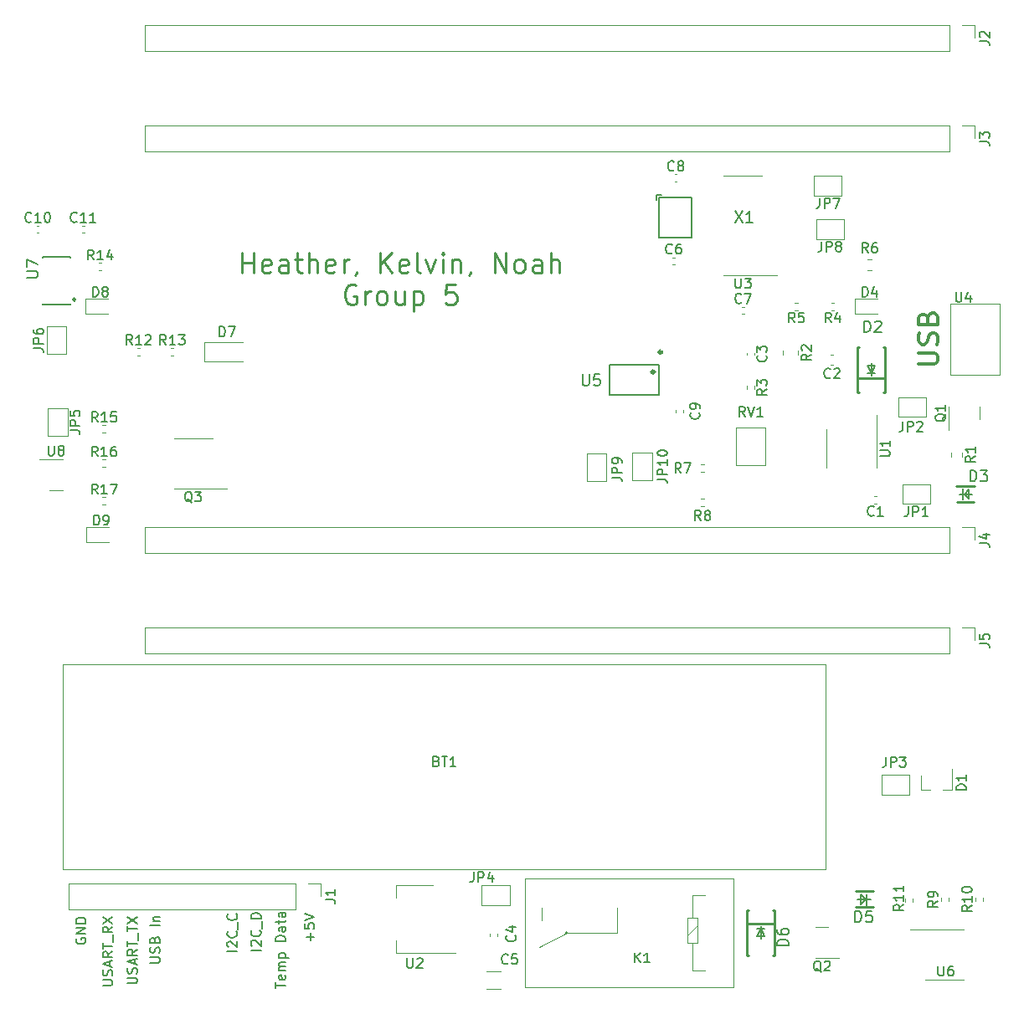
<source format=gbr>
%TF.GenerationSoftware,KiCad,Pcbnew,(6.0.2)*%
%TF.CreationDate,2022-03-20T19:15:30+02:00*%
%TF.ProjectId,main,6d61696e-2e6b-4696-9361-645f70636258,rev?*%
%TF.SameCoordinates,Original*%
%TF.FileFunction,Legend,Top*%
%TF.FilePolarity,Positive*%
%FSLAX46Y46*%
G04 Gerber Fmt 4.6, Leading zero omitted, Abs format (unit mm)*
G04 Created by KiCad (PCBNEW (6.0.2)) date 2022-03-20 19:15:30*
%MOMM*%
%LPD*%
G01*
G04 APERTURE LIST*
%ADD10C,0.150000*%
%ADD11C,0.300000*%
%ADD12C,0.250000*%
%ADD13C,0.152000*%
%ADD14C,0.120000*%
%ADD15C,0.254000*%
%ADD16C,0.200000*%
%ADD17C,0.127000*%
G04 APERTURE END LIST*
D10*
X114471428Y-157385714D02*
X114471428Y-156623809D01*
X114852380Y-157004761D02*
X114090476Y-157004761D01*
X113852380Y-155671428D02*
X113852380Y-156147619D01*
X114328571Y-156195238D01*
X114280952Y-156147619D01*
X114233333Y-156052380D01*
X114233333Y-155814285D01*
X114280952Y-155719047D01*
X114328571Y-155671428D01*
X114423809Y-155623809D01*
X114661904Y-155623809D01*
X114757142Y-155671428D01*
X114804761Y-155719047D01*
X114852380Y-155814285D01*
X114852380Y-156052380D01*
X114804761Y-156147619D01*
X114757142Y-156195238D01*
X113852380Y-155338095D02*
X114852380Y-155004761D01*
X113852380Y-154671428D01*
X98252380Y-159633333D02*
X99061904Y-159633333D01*
X99157142Y-159585714D01*
X99204761Y-159538095D01*
X99252380Y-159442857D01*
X99252380Y-159252380D01*
X99204761Y-159157142D01*
X99157142Y-159109523D01*
X99061904Y-159061904D01*
X98252380Y-159061904D01*
X99204761Y-158633333D02*
X99252380Y-158490476D01*
X99252380Y-158252380D01*
X99204761Y-158157142D01*
X99157142Y-158109523D01*
X99061904Y-158061904D01*
X98966666Y-158061904D01*
X98871428Y-158109523D01*
X98823809Y-158157142D01*
X98776190Y-158252380D01*
X98728571Y-158442857D01*
X98680952Y-158538095D01*
X98633333Y-158585714D01*
X98538095Y-158633333D01*
X98442857Y-158633333D01*
X98347619Y-158585714D01*
X98300000Y-158538095D01*
X98252380Y-158442857D01*
X98252380Y-158204761D01*
X98300000Y-158061904D01*
X98728571Y-157300000D02*
X98776190Y-157157142D01*
X98823809Y-157109523D01*
X98919047Y-157061904D01*
X99061904Y-157061904D01*
X99157142Y-157109523D01*
X99204761Y-157157142D01*
X99252380Y-157252380D01*
X99252380Y-157633333D01*
X98252380Y-157633333D01*
X98252380Y-157300000D01*
X98300000Y-157204761D01*
X98347619Y-157157142D01*
X98442857Y-157109523D01*
X98538095Y-157109523D01*
X98633333Y-157157142D01*
X98680952Y-157204761D01*
X98728571Y-157300000D01*
X98728571Y-157633333D01*
X99252380Y-155871428D02*
X98252380Y-155871428D01*
X98585714Y-155395238D02*
X99252380Y-155395238D01*
X98680952Y-155395238D02*
X98633333Y-155347619D01*
X98585714Y-155252380D01*
X98585714Y-155109523D01*
X98633333Y-155014285D01*
X98728571Y-154966666D01*
X99252380Y-154966666D01*
X110952380Y-162204761D02*
X110952380Y-161633333D01*
X111952380Y-161919047D02*
X110952380Y-161919047D01*
X111904761Y-160919047D02*
X111952380Y-161014285D01*
X111952380Y-161204761D01*
X111904761Y-161300000D01*
X111809523Y-161347619D01*
X111428571Y-161347619D01*
X111333333Y-161300000D01*
X111285714Y-161204761D01*
X111285714Y-161014285D01*
X111333333Y-160919047D01*
X111428571Y-160871428D01*
X111523809Y-160871428D01*
X111619047Y-161347619D01*
X111952380Y-160442857D02*
X111285714Y-160442857D01*
X111380952Y-160442857D02*
X111333333Y-160395238D01*
X111285714Y-160300000D01*
X111285714Y-160157142D01*
X111333333Y-160061904D01*
X111428571Y-160014285D01*
X111952380Y-160014285D01*
X111428571Y-160014285D02*
X111333333Y-159966666D01*
X111285714Y-159871428D01*
X111285714Y-159728571D01*
X111333333Y-159633333D01*
X111428571Y-159585714D01*
X111952380Y-159585714D01*
X111285714Y-159109523D02*
X112285714Y-159109523D01*
X111333333Y-159109523D02*
X111285714Y-159014285D01*
X111285714Y-158823809D01*
X111333333Y-158728571D01*
X111380952Y-158680952D01*
X111476190Y-158633333D01*
X111761904Y-158633333D01*
X111857142Y-158680952D01*
X111904761Y-158728571D01*
X111952380Y-158823809D01*
X111952380Y-159014285D01*
X111904761Y-159109523D01*
X111952380Y-157442857D02*
X110952380Y-157442857D01*
X110952380Y-157204761D01*
X111000000Y-157061904D01*
X111095238Y-156966666D01*
X111190476Y-156919047D01*
X111380952Y-156871428D01*
X111523809Y-156871428D01*
X111714285Y-156919047D01*
X111809523Y-156966666D01*
X111904761Y-157061904D01*
X111952380Y-157204761D01*
X111952380Y-157442857D01*
X111952380Y-156014285D02*
X111428571Y-156014285D01*
X111333333Y-156061904D01*
X111285714Y-156157142D01*
X111285714Y-156347619D01*
X111333333Y-156442857D01*
X111904761Y-156014285D02*
X111952380Y-156109523D01*
X111952380Y-156347619D01*
X111904761Y-156442857D01*
X111809523Y-156490476D01*
X111714285Y-156490476D01*
X111619047Y-156442857D01*
X111571428Y-156347619D01*
X111571428Y-156109523D01*
X111523809Y-156014285D01*
X111285714Y-155680952D02*
X111285714Y-155300000D01*
X110952380Y-155538095D02*
X111809523Y-155538095D01*
X111904761Y-155490476D01*
X111952380Y-155395238D01*
X111952380Y-155300000D01*
X111952380Y-154538095D02*
X111428571Y-154538095D01*
X111333333Y-154585714D01*
X111285714Y-154680952D01*
X111285714Y-154871428D01*
X111333333Y-154966666D01*
X111904761Y-154538095D02*
X111952380Y-154633333D01*
X111952380Y-154871428D01*
X111904761Y-154966666D01*
X111809523Y-155014285D01*
X111714285Y-155014285D01*
X111619047Y-154966666D01*
X111571428Y-154871428D01*
X111571428Y-154633333D01*
X111523809Y-154538095D01*
X95952380Y-161709523D02*
X96761904Y-161709523D01*
X96857142Y-161661904D01*
X96904761Y-161614285D01*
X96952380Y-161519047D01*
X96952380Y-161328571D01*
X96904761Y-161233333D01*
X96857142Y-161185714D01*
X96761904Y-161138095D01*
X95952380Y-161138095D01*
X96904761Y-160709523D02*
X96952380Y-160566666D01*
X96952380Y-160328571D01*
X96904761Y-160233333D01*
X96857142Y-160185714D01*
X96761904Y-160138095D01*
X96666666Y-160138095D01*
X96571428Y-160185714D01*
X96523809Y-160233333D01*
X96476190Y-160328571D01*
X96428571Y-160519047D01*
X96380952Y-160614285D01*
X96333333Y-160661904D01*
X96238095Y-160709523D01*
X96142857Y-160709523D01*
X96047619Y-160661904D01*
X96000000Y-160614285D01*
X95952380Y-160519047D01*
X95952380Y-160280952D01*
X96000000Y-160138095D01*
X96666666Y-159757142D02*
X96666666Y-159280952D01*
X96952380Y-159852380D02*
X95952380Y-159519047D01*
X96952380Y-159185714D01*
X96952380Y-158280952D02*
X96476190Y-158614285D01*
X96952380Y-158852380D02*
X95952380Y-158852380D01*
X95952380Y-158471428D01*
X96000000Y-158376190D01*
X96047619Y-158328571D01*
X96142857Y-158280952D01*
X96285714Y-158280952D01*
X96380952Y-158328571D01*
X96428571Y-158376190D01*
X96476190Y-158471428D01*
X96476190Y-158852380D01*
X95952380Y-157995238D02*
X95952380Y-157423809D01*
X96952380Y-157709523D02*
X95952380Y-157709523D01*
X97047619Y-157328571D02*
X97047619Y-156566666D01*
X95952380Y-156471428D02*
X95952380Y-155900000D01*
X96952380Y-156185714D02*
X95952380Y-156185714D01*
X95952380Y-155661904D02*
X96952380Y-154995238D01*
X95952380Y-154995238D02*
X96952380Y-155661904D01*
X109452380Y-158357142D02*
X108452380Y-158357142D01*
X108547619Y-157928571D02*
X108500000Y-157880952D01*
X108452380Y-157785714D01*
X108452380Y-157547619D01*
X108500000Y-157452380D01*
X108547619Y-157404761D01*
X108642857Y-157357142D01*
X108738095Y-157357142D01*
X108880952Y-157404761D01*
X109452380Y-157976190D01*
X109452380Y-157357142D01*
X109357142Y-156357142D02*
X109404761Y-156404761D01*
X109452380Y-156547619D01*
X109452380Y-156642857D01*
X109404761Y-156785714D01*
X109309523Y-156880952D01*
X109214285Y-156928571D01*
X109023809Y-156976190D01*
X108880952Y-156976190D01*
X108690476Y-156928571D01*
X108595238Y-156880952D01*
X108500000Y-156785714D01*
X108452380Y-156642857D01*
X108452380Y-156547619D01*
X108500000Y-156404761D01*
X108547619Y-156357142D01*
X109547619Y-156166666D02*
X109547619Y-155404761D01*
X109452380Y-155166666D02*
X108452380Y-155166666D01*
X108452380Y-154928571D01*
X108500000Y-154785714D01*
X108595238Y-154690476D01*
X108690476Y-154642857D01*
X108880952Y-154595238D01*
X109023809Y-154595238D01*
X109214285Y-154642857D01*
X109309523Y-154690476D01*
X109404761Y-154785714D01*
X109452380Y-154928571D01*
X109452380Y-155166666D01*
D11*
X175942761Y-99043809D02*
X177561809Y-99043809D01*
X177752285Y-98948571D01*
X177847523Y-98853333D01*
X177942761Y-98662857D01*
X177942761Y-98281904D01*
X177847523Y-98091428D01*
X177752285Y-97996190D01*
X177561809Y-97900952D01*
X175942761Y-97900952D01*
X177847523Y-97043809D02*
X177942761Y-96758095D01*
X177942761Y-96281904D01*
X177847523Y-96091428D01*
X177752285Y-95996190D01*
X177561809Y-95900952D01*
X177371333Y-95900952D01*
X177180857Y-95996190D01*
X177085619Y-96091428D01*
X176990380Y-96281904D01*
X176895142Y-96662857D01*
X176799904Y-96853333D01*
X176704666Y-96948571D01*
X176514190Y-97043809D01*
X176323714Y-97043809D01*
X176133238Y-96948571D01*
X176038000Y-96853333D01*
X175942761Y-96662857D01*
X175942761Y-96186666D01*
X176038000Y-95900952D01*
X176895142Y-94377142D02*
X176990380Y-94091428D01*
X177085619Y-93996190D01*
X177276095Y-93900952D01*
X177561809Y-93900952D01*
X177752285Y-93996190D01*
X177847523Y-94091428D01*
X177942761Y-94281904D01*
X177942761Y-95043809D01*
X175942761Y-95043809D01*
X175942761Y-94377142D01*
X176038000Y-94186666D01*
X176133238Y-94091428D01*
X176323714Y-93996190D01*
X176514190Y-93996190D01*
X176704666Y-94091428D01*
X176799904Y-94186666D01*
X176895142Y-94377142D01*
X176895142Y-95043809D01*
D10*
X93452380Y-161928571D02*
X94261904Y-161928571D01*
X94357142Y-161880952D01*
X94404761Y-161833333D01*
X94452380Y-161738095D01*
X94452380Y-161547619D01*
X94404761Y-161452380D01*
X94357142Y-161404761D01*
X94261904Y-161357142D01*
X93452380Y-161357142D01*
X94404761Y-160928571D02*
X94452380Y-160785714D01*
X94452380Y-160547619D01*
X94404761Y-160452380D01*
X94357142Y-160404761D01*
X94261904Y-160357142D01*
X94166666Y-160357142D01*
X94071428Y-160404761D01*
X94023809Y-160452380D01*
X93976190Y-160547619D01*
X93928571Y-160738095D01*
X93880952Y-160833333D01*
X93833333Y-160880952D01*
X93738095Y-160928571D01*
X93642857Y-160928571D01*
X93547619Y-160880952D01*
X93500000Y-160833333D01*
X93452380Y-160738095D01*
X93452380Y-160500000D01*
X93500000Y-160357142D01*
X94166666Y-159976190D02*
X94166666Y-159500000D01*
X94452380Y-160071428D02*
X93452380Y-159738095D01*
X94452380Y-159404761D01*
X94452380Y-158500000D02*
X93976190Y-158833333D01*
X94452380Y-159071428D02*
X93452380Y-159071428D01*
X93452380Y-158690476D01*
X93500000Y-158595238D01*
X93547619Y-158547619D01*
X93642857Y-158500000D01*
X93785714Y-158500000D01*
X93880952Y-158547619D01*
X93928571Y-158595238D01*
X93976190Y-158690476D01*
X93976190Y-159071428D01*
X93452380Y-158214285D02*
X93452380Y-157642857D01*
X94452380Y-157928571D02*
X93452380Y-157928571D01*
X94547619Y-157547619D02*
X94547619Y-156785714D01*
X94452380Y-155976190D02*
X93976190Y-156309523D01*
X94452380Y-156547619D02*
X93452380Y-156547619D01*
X93452380Y-156166666D01*
X93500000Y-156071428D01*
X93547619Y-156023809D01*
X93642857Y-155976190D01*
X93785714Y-155976190D01*
X93880952Y-156023809D01*
X93928571Y-156071428D01*
X93976190Y-156166666D01*
X93976190Y-156547619D01*
X93452380Y-155642857D02*
X94452380Y-154976190D01*
X93452380Y-154976190D02*
X94452380Y-155642857D01*
X107052380Y-158457142D02*
X106052380Y-158457142D01*
X106147619Y-158028571D02*
X106100000Y-157980952D01*
X106052380Y-157885714D01*
X106052380Y-157647619D01*
X106100000Y-157552380D01*
X106147619Y-157504761D01*
X106242857Y-157457142D01*
X106338095Y-157457142D01*
X106480952Y-157504761D01*
X107052380Y-158076190D01*
X107052380Y-157457142D01*
X106957142Y-156457142D02*
X107004761Y-156504761D01*
X107052380Y-156647619D01*
X107052380Y-156742857D01*
X107004761Y-156885714D01*
X106909523Y-156980952D01*
X106814285Y-157028571D01*
X106623809Y-157076190D01*
X106480952Y-157076190D01*
X106290476Y-157028571D01*
X106195238Y-156980952D01*
X106100000Y-156885714D01*
X106052380Y-156742857D01*
X106052380Y-156647619D01*
X106100000Y-156504761D01*
X106147619Y-156457142D01*
X107147619Y-156266666D02*
X107147619Y-155504761D01*
X106957142Y-154695238D02*
X107004761Y-154742857D01*
X107052380Y-154885714D01*
X107052380Y-154980952D01*
X107004761Y-155123809D01*
X106909523Y-155219047D01*
X106814285Y-155266666D01*
X106623809Y-155314285D01*
X106480952Y-155314285D01*
X106290476Y-155266666D01*
X106195238Y-155219047D01*
X106100000Y-155123809D01*
X106052380Y-154980952D01*
X106052380Y-154885714D01*
X106100000Y-154742857D01*
X106147619Y-154695238D01*
D12*
X107552380Y-89794761D02*
X107552380Y-87794761D01*
X107552380Y-88747142D02*
X108695238Y-88747142D01*
X108695238Y-89794761D02*
X108695238Y-87794761D01*
X110409523Y-89699523D02*
X110219047Y-89794761D01*
X109838095Y-89794761D01*
X109647619Y-89699523D01*
X109552380Y-89509047D01*
X109552380Y-88747142D01*
X109647619Y-88556666D01*
X109838095Y-88461428D01*
X110219047Y-88461428D01*
X110409523Y-88556666D01*
X110504761Y-88747142D01*
X110504761Y-88937619D01*
X109552380Y-89128095D01*
X112219047Y-89794761D02*
X112219047Y-88747142D01*
X112123809Y-88556666D01*
X111933333Y-88461428D01*
X111552380Y-88461428D01*
X111361904Y-88556666D01*
X112219047Y-89699523D02*
X112028571Y-89794761D01*
X111552380Y-89794761D01*
X111361904Y-89699523D01*
X111266666Y-89509047D01*
X111266666Y-89318571D01*
X111361904Y-89128095D01*
X111552380Y-89032857D01*
X112028571Y-89032857D01*
X112219047Y-88937619D01*
X112885714Y-88461428D02*
X113647619Y-88461428D01*
X113171428Y-87794761D02*
X113171428Y-89509047D01*
X113266666Y-89699523D01*
X113457142Y-89794761D01*
X113647619Y-89794761D01*
X114314285Y-89794761D02*
X114314285Y-87794761D01*
X115171428Y-89794761D02*
X115171428Y-88747142D01*
X115076190Y-88556666D01*
X114885714Y-88461428D01*
X114600000Y-88461428D01*
X114409523Y-88556666D01*
X114314285Y-88651904D01*
X116885714Y-89699523D02*
X116695238Y-89794761D01*
X116314285Y-89794761D01*
X116123809Y-89699523D01*
X116028571Y-89509047D01*
X116028571Y-88747142D01*
X116123809Y-88556666D01*
X116314285Y-88461428D01*
X116695238Y-88461428D01*
X116885714Y-88556666D01*
X116980952Y-88747142D01*
X116980952Y-88937619D01*
X116028571Y-89128095D01*
X117838095Y-89794761D02*
X117838095Y-88461428D01*
X117838095Y-88842380D02*
X117933333Y-88651904D01*
X118028571Y-88556666D01*
X118219047Y-88461428D01*
X118409523Y-88461428D01*
X119171428Y-89699523D02*
X119171428Y-89794761D01*
X119076190Y-89985238D01*
X118980952Y-90080476D01*
X121552380Y-89794761D02*
X121552380Y-87794761D01*
X122695238Y-89794761D02*
X121838095Y-88651904D01*
X122695238Y-87794761D02*
X121552380Y-88937619D01*
X124314285Y-89699523D02*
X124123809Y-89794761D01*
X123742857Y-89794761D01*
X123552380Y-89699523D01*
X123457142Y-89509047D01*
X123457142Y-88747142D01*
X123552380Y-88556666D01*
X123742857Y-88461428D01*
X124123809Y-88461428D01*
X124314285Y-88556666D01*
X124409523Y-88747142D01*
X124409523Y-88937619D01*
X123457142Y-89128095D01*
X125552380Y-89794761D02*
X125361904Y-89699523D01*
X125266666Y-89509047D01*
X125266666Y-87794761D01*
X126123809Y-88461428D02*
X126600000Y-89794761D01*
X127076190Y-88461428D01*
X127838095Y-89794761D02*
X127838095Y-88461428D01*
X127838095Y-87794761D02*
X127742857Y-87890000D01*
X127838095Y-87985238D01*
X127933333Y-87890000D01*
X127838095Y-87794761D01*
X127838095Y-87985238D01*
X128790476Y-88461428D02*
X128790476Y-89794761D01*
X128790476Y-88651904D02*
X128885714Y-88556666D01*
X129076190Y-88461428D01*
X129361904Y-88461428D01*
X129552380Y-88556666D01*
X129647619Y-88747142D01*
X129647619Y-89794761D01*
X130695238Y-89699523D02*
X130695238Y-89794761D01*
X130600000Y-89985238D01*
X130504761Y-90080476D01*
X133076190Y-89794761D02*
X133076190Y-87794761D01*
X134219047Y-89794761D01*
X134219047Y-87794761D01*
X135457142Y-89794761D02*
X135266666Y-89699523D01*
X135171428Y-89604285D01*
X135076190Y-89413809D01*
X135076190Y-88842380D01*
X135171428Y-88651904D01*
X135266666Y-88556666D01*
X135457142Y-88461428D01*
X135742857Y-88461428D01*
X135933333Y-88556666D01*
X136028571Y-88651904D01*
X136123809Y-88842380D01*
X136123809Y-89413809D01*
X136028571Y-89604285D01*
X135933333Y-89699523D01*
X135742857Y-89794761D01*
X135457142Y-89794761D01*
X137838095Y-89794761D02*
X137838095Y-88747142D01*
X137742857Y-88556666D01*
X137552380Y-88461428D01*
X137171428Y-88461428D01*
X136980952Y-88556666D01*
X137838095Y-89699523D02*
X137647619Y-89794761D01*
X137171428Y-89794761D01*
X136980952Y-89699523D01*
X136885714Y-89509047D01*
X136885714Y-89318571D01*
X136980952Y-89128095D01*
X137171428Y-89032857D01*
X137647619Y-89032857D01*
X137838095Y-88937619D01*
X138790476Y-89794761D02*
X138790476Y-87794761D01*
X139647619Y-89794761D02*
X139647619Y-88747142D01*
X139552380Y-88556666D01*
X139361904Y-88461428D01*
X139076190Y-88461428D01*
X138885714Y-88556666D01*
X138790476Y-88651904D01*
X119076190Y-91110000D02*
X118885714Y-91014761D01*
X118600000Y-91014761D01*
X118314285Y-91110000D01*
X118123809Y-91300476D01*
X118028571Y-91490952D01*
X117933333Y-91871904D01*
X117933333Y-92157619D01*
X118028571Y-92538571D01*
X118123809Y-92729047D01*
X118314285Y-92919523D01*
X118600000Y-93014761D01*
X118790476Y-93014761D01*
X119076190Y-92919523D01*
X119171428Y-92824285D01*
X119171428Y-92157619D01*
X118790476Y-92157619D01*
X120028571Y-93014761D02*
X120028571Y-91681428D01*
X120028571Y-92062380D02*
X120123809Y-91871904D01*
X120219047Y-91776666D01*
X120409523Y-91681428D01*
X120600000Y-91681428D01*
X121552380Y-93014761D02*
X121361904Y-92919523D01*
X121266666Y-92824285D01*
X121171428Y-92633809D01*
X121171428Y-92062380D01*
X121266666Y-91871904D01*
X121361904Y-91776666D01*
X121552380Y-91681428D01*
X121838095Y-91681428D01*
X122028571Y-91776666D01*
X122123809Y-91871904D01*
X122219047Y-92062380D01*
X122219047Y-92633809D01*
X122123809Y-92824285D01*
X122028571Y-92919523D01*
X121838095Y-93014761D01*
X121552380Y-93014761D01*
X123933333Y-91681428D02*
X123933333Y-93014761D01*
X123076190Y-91681428D02*
X123076190Y-92729047D01*
X123171428Y-92919523D01*
X123361904Y-93014761D01*
X123647619Y-93014761D01*
X123838095Y-92919523D01*
X123933333Y-92824285D01*
X124885714Y-91681428D02*
X124885714Y-93681428D01*
X124885714Y-91776666D02*
X125076190Y-91681428D01*
X125457142Y-91681428D01*
X125647619Y-91776666D01*
X125742857Y-91871904D01*
X125838095Y-92062380D01*
X125838095Y-92633809D01*
X125742857Y-92824285D01*
X125647619Y-92919523D01*
X125457142Y-93014761D01*
X125076190Y-93014761D01*
X124885714Y-92919523D01*
X129171428Y-91014761D02*
X128219047Y-91014761D01*
X128123809Y-91967142D01*
X128219047Y-91871904D01*
X128409523Y-91776666D01*
X128885714Y-91776666D01*
X129076190Y-91871904D01*
X129171428Y-91967142D01*
X129266666Y-92157619D01*
X129266666Y-92633809D01*
X129171428Y-92824285D01*
X129076190Y-92919523D01*
X128885714Y-93014761D01*
X128409523Y-93014761D01*
X128219047Y-92919523D01*
X128123809Y-92824285D01*
D10*
X90800000Y-157161904D02*
X90752380Y-157257142D01*
X90752380Y-157400000D01*
X90800000Y-157542857D01*
X90895238Y-157638095D01*
X90990476Y-157685714D01*
X91180952Y-157733333D01*
X91323809Y-157733333D01*
X91514285Y-157685714D01*
X91609523Y-157638095D01*
X91704761Y-157542857D01*
X91752380Y-157400000D01*
X91752380Y-157304761D01*
X91704761Y-157161904D01*
X91657142Y-157114285D01*
X91323809Y-157114285D01*
X91323809Y-157304761D01*
X91752380Y-156685714D02*
X90752380Y-156685714D01*
X91752380Y-156114285D01*
X90752380Y-156114285D01*
X91752380Y-155638095D02*
X90752380Y-155638095D01*
X90752380Y-155400000D01*
X90800000Y-155257142D01*
X90895238Y-155161904D01*
X90990476Y-155114285D01*
X91180952Y-155066666D01*
X91323809Y-155066666D01*
X91514285Y-155114285D01*
X91609523Y-155161904D01*
X91704761Y-155257142D01*
X91752380Y-155400000D01*
X91752380Y-155638095D01*
%TO.C,U3*%
X157438095Y-90352380D02*
X157438095Y-91161904D01*
X157485714Y-91257142D01*
X157533333Y-91304761D01*
X157628571Y-91352380D01*
X157819047Y-91352380D01*
X157914285Y-91304761D01*
X157961904Y-91257142D01*
X158009523Y-91161904D01*
X158009523Y-90352380D01*
X158390476Y-90352380D02*
X159009523Y-90352380D01*
X158676190Y-90733333D01*
X158819047Y-90733333D01*
X158914285Y-90780952D01*
X158961904Y-90828571D01*
X159009523Y-90923809D01*
X159009523Y-91161904D01*
X158961904Y-91257142D01*
X158914285Y-91304761D01*
X158819047Y-91352380D01*
X158533333Y-91352380D01*
X158438095Y-91304761D01*
X158390476Y-91257142D01*
%TO.C,BT1*%
X127214285Y-139228571D02*
X127357142Y-139276190D01*
X127404761Y-139323809D01*
X127452380Y-139419047D01*
X127452380Y-139561904D01*
X127404761Y-139657142D01*
X127357142Y-139704761D01*
X127261904Y-139752380D01*
X126880952Y-139752380D01*
X126880952Y-138752380D01*
X127214285Y-138752380D01*
X127309523Y-138800000D01*
X127357142Y-138847619D01*
X127404761Y-138942857D01*
X127404761Y-139038095D01*
X127357142Y-139133333D01*
X127309523Y-139180952D01*
X127214285Y-139228571D01*
X126880952Y-139228571D01*
X127738095Y-138752380D02*
X128309523Y-138752380D01*
X128023809Y-139752380D02*
X128023809Y-138752380D01*
X129166666Y-139752380D02*
X128595238Y-139752380D01*
X128880952Y-139752380D02*
X128880952Y-138752380D01*
X128785714Y-138895238D01*
X128690476Y-138990476D01*
X128595238Y-139038095D01*
%TO.C,JP5*%
X90152380Y-105733333D02*
X90866666Y-105733333D01*
X91009523Y-105780952D01*
X91104761Y-105876190D01*
X91152380Y-106019047D01*
X91152380Y-106114285D01*
X91152380Y-105257142D02*
X90152380Y-105257142D01*
X90152380Y-104876190D01*
X90200000Y-104780952D01*
X90247619Y-104733333D01*
X90342857Y-104685714D01*
X90485714Y-104685714D01*
X90580952Y-104733333D01*
X90628571Y-104780952D01*
X90676190Y-104876190D01*
X90676190Y-105257142D01*
X90152380Y-103780952D02*
X90152380Y-104257142D01*
X90628571Y-104304761D01*
X90580952Y-104257142D01*
X90533333Y-104161904D01*
X90533333Y-103923809D01*
X90580952Y-103828571D01*
X90628571Y-103780952D01*
X90723809Y-103733333D01*
X90961904Y-103733333D01*
X91057142Y-103780952D01*
X91104761Y-103828571D01*
X91152380Y-103923809D01*
X91152380Y-104161904D01*
X91104761Y-104257142D01*
X91057142Y-104304761D01*
%TO.C,D1*%
X180752380Y-142138095D02*
X179752380Y-142138095D01*
X179752380Y-141900000D01*
X179800000Y-141757142D01*
X179895238Y-141661904D01*
X179990476Y-141614285D01*
X180180952Y-141566666D01*
X180323809Y-141566666D01*
X180514285Y-141614285D01*
X180609523Y-141661904D01*
X180704761Y-141757142D01*
X180752380Y-141900000D01*
X180752380Y-142138095D01*
X180752380Y-140614285D02*
X180752380Y-141185714D01*
X180752380Y-140900000D02*
X179752380Y-140900000D01*
X179895238Y-140995238D01*
X179990476Y-141090476D01*
X180038095Y-141185714D01*
%TO.C,C10*%
X86237142Y-84597142D02*
X86189523Y-84644761D01*
X86046666Y-84692380D01*
X85951428Y-84692380D01*
X85808571Y-84644761D01*
X85713333Y-84549523D01*
X85665714Y-84454285D01*
X85618095Y-84263809D01*
X85618095Y-84120952D01*
X85665714Y-83930476D01*
X85713333Y-83835238D01*
X85808571Y-83740000D01*
X85951428Y-83692380D01*
X86046666Y-83692380D01*
X86189523Y-83740000D01*
X86237142Y-83787619D01*
X87189523Y-84692380D02*
X86618095Y-84692380D01*
X86903809Y-84692380D02*
X86903809Y-83692380D01*
X86808571Y-83835238D01*
X86713333Y-83930476D01*
X86618095Y-83978095D01*
X87808571Y-83692380D02*
X87903809Y-83692380D01*
X87999047Y-83740000D01*
X88046666Y-83787619D01*
X88094285Y-83882857D01*
X88141904Y-84073333D01*
X88141904Y-84311428D01*
X88094285Y-84501904D01*
X88046666Y-84597142D01*
X87999047Y-84644761D01*
X87903809Y-84692380D01*
X87808571Y-84692380D01*
X87713333Y-84644761D01*
X87665714Y-84597142D01*
X87618095Y-84501904D01*
X87570476Y-84311428D01*
X87570476Y-84073333D01*
X87618095Y-83882857D01*
X87665714Y-83787619D01*
X87713333Y-83740000D01*
X87808571Y-83692380D01*
%TO.C,R15*%
X92957142Y-104882380D02*
X92623809Y-104406190D01*
X92385714Y-104882380D02*
X92385714Y-103882380D01*
X92766666Y-103882380D01*
X92861904Y-103930000D01*
X92909523Y-103977619D01*
X92957142Y-104072857D01*
X92957142Y-104215714D01*
X92909523Y-104310952D01*
X92861904Y-104358571D01*
X92766666Y-104406190D01*
X92385714Y-104406190D01*
X93909523Y-104882380D02*
X93338095Y-104882380D01*
X93623809Y-104882380D02*
X93623809Y-103882380D01*
X93528571Y-104025238D01*
X93433333Y-104120476D01*
X93338095Y-104168095D01*
X94814285Y-103882380D02*
X94338095Y-103882380D01*
X94290476Y-104358571D01*
X94338095Y-104310952D01*
X94433333Y-104263333D01*
X94671428Y-104263333D01*
X94766666Y-104310952D01*
X94814285Y-104358571D01*
X94861904Y-104453809D01*
X94861904Y-104691904D01*
X94814285Y-104787142D01*
X94766666Y-104834761D01*
X94671428Y-104882380D01*
X94433333Y-104882380D01*
X94338095Y-104834761D01*
X94290476Y-104787142D01*
%TO.C,R1*%
X181682380Y-108366666D02*
X181206190Y-108700000D01*
X181682380Y-108938095D02*
X180682380Y-108938095D01*
X180682380Y-108557142D01*
X180730000Y-108461904D01*
X180777619Y-108414285D01*
X180872857Y-108366666D01*
X181015714Y-108366666D01*
X181110952Y-108414285D01*
X181158571Y-108461904D01*
X181206190Y-108557142D01*
X181206190Y-108938095D01*
X181682380Y-107414285D02*
X181682380Y-107985714D01*
X181682380Y-107700000D02*
X180682380Y-107700000D01*
X180825238Y-107795238D01*
X180920476Y-107890476D01*
X180968095Y-107985714D01*
%TO.C,JP7*%
X165966666Y-82252380D02*
X165966666Y-82966666D01*
X165919047Y-83109523D01*
X165823809Y-83204761D01*
X165680952Y-83252380D01*
X165585714Y-83252380D01*
X166442857Y-83252380D02*
X166442857Y-82252380D01*
X166823809Y-82252380D01*
X166919047Y-82300000D01*
X166966666Y-82347619D01*
X167014285Y-82442857D01*
X167014285Y-82585714D01*
X166966666Y-82680952D01*
X166919047Y-82728571D01*
X166823809Y-82776190D01*
X166442857Y-82776190D01*
X167347619Y-82252380D02*
X168014285Y-82252380D01*
X167585714Y-83252380D01*
%TO.C,Q1*%
X178747619Y-104095238D02*
X178700000Y-104190476D01*
X178604761Y-104285714D01*
X178461904Y-104428571D01*
X178414285Y-104523809D01*
X178414285Y-104619047D01*
X178652380Y-104571428D02*
X178604761Y-104666666D01*
X178509523Y-104761904D01*
X178319047Y-104809523D01*
X177985714Y-104809523D01*
X177795238Y-104761904D01*
X177700000Y-104666666D01*
X177652380Y-104571428D01*
X177652380Y-104380952D01*
X177700000Y-104285714D01*
X177795238Y-104190476D01*
X177985714Y-104142857D01*
X178319047Y-104142857D01*
X178509523Y-104190476D01*
X178604761Y-104285714D01*
X178652380Y-104380952D01*
X178652380Y-104571428D01*
X178652380Y-103190476D02*
X178652380Y-103761904D01*
X178652380Y-103476190D02*
X177652380Y-103476190D01*
X177795238Y-103571428D01*
X177890476Y-103666666D01*
X177938095Y-103761904D01*
D13*
%TO.C,U7*%
X85758071Y-90277057D02*
X86683357Y-90277057D01*
X86792214Y-90222628D01*
X86846642Y-90168200D01*
X86901071Y-90059342D01*
X86901071Y-89841628D01*
X86846642Y-89732771D01*
X86792214Y-89678342D01*
X86683357Y-89623914D01*
X85758071Y-89623914D01*
X85758071Y-89188485D02*
X85758071Y-88426485D01*
X86901071Y-88916342D01*
D10*
%TO.C,U4*%
X179738095Y-91752380D02*
X179738095Y-92561904D01*
X179785714Y-92657142D01*
X179833333Y-92704761D01*
X179928571Y-92752380D01*
X180119047Y-92752380D01*
X180214285Y-92704761D01*
X180261904Y-92657142D01*
X180309523Y-92561904D01*
X180309523Y-91752380D01*
X181214285Y-92085714D02*
X181214285Y-92752380D01*
X180976190Y-91704761D02*
X180738095Y-92419047D01*
X181357142Y-92419047D01*
%TO.C,R7*%
X151933333Y-110052380D02*
X151600000Y-109576190D01*
X151361904Y-110052380D02*
X151361904Y-109052380D01*
X151742857Y-109052380D01*
X151838095Y-109100000D01*
X151885714Y-109147619D01*
X151933333Y-109242857D01*
X151933333Y-109385714D01*
X151885714Y-109480952D01*
X151838095Y-109528571D01*
X151742857Y-109576190D01*
X151361904Y-109576190D01*
X152266666Y-109052380D02*
X152933333Y-109052380D01*
X152504761Y-110052380D01*
%TO.C,C2*%
X167033333Y-100387142D02*
X166985714Y-100434761D01*
X166842857Y-100482380D01*
X166747619Y-100482380D01*
X166604761Y-100434761D01*
X166509523Y-100339523D01*
X166461904Y-100244285D01*
X166414285Y-100053809D01*
X166414285Y-99910952D01*
X166461904Y-99720476D01*
X166509523Y-99625238D01*
X166604761Y-99530000D01*
X166747619Y-99482380D01*
X166842857Y-99482380D01*
X166985714Y-99530000D01*
X167033333Y-99577619D01*
X167414285Y-99577619D02*
X167461904Y-99530000D01*
X167557142Y-99482380D01*
X167795238Y-99482380D01*
X167890476Y-99530000D01*
X167938095Y-99577619D01*
X167985714Y-99672857D01*
X167985714Y-99768095D01*
X167938095Y-99910952D01*
X167366666Y-100482380D01*
X167985714Y-100482380D01*
%TO.C,R4*%
X167123333Y-94822380D02*
X166790000Y-94346190D01*
X166551904Y-94822380D02*
X166551904Y-93822380D01*
X166932857Y-93822380D01*
X167028095Y-93870000D01*
X167075714Y-93917619D01*
X167123333Y-94012857D01*
X167123333Y-94155714D01*
X167075714Y-94250952D01*
X167028095Y-94298571D01*
X166932857Y-94346190D01*
X166551904Y-94346190D01*
X167980476Y-94155714D02*
X167980476Y-94822380D01*
X167742380Y-93774761D02*
X167504285Y-94489047D01*
X168123333Y-94489047D01*
%TO.C,C6*%
X151033333Y-87797142D02*
X150985714Y-87844761D01*
X150842857Y-87892380D01*
X150747619Y-87892380D01*
X150604761Y-87844761D01*
X150509523Y-87749523D01*
X150461904Y-87654285D01*
X150414285Y-87463809D01*
X150414285Y-87320952D01*
X150461904Y-87130476D01*
X150509523Y-87035238D01*
X150604761Y-86940000D01*
X150747619Y-86892380D01*
X150842857Y-86892380D01*
X150985714Y-86940000D01*
X151033333Y-86987619D01*
X151890476Y-86892380D02*
X151700000Y-86892380D01*
X151604761Y-86940000D01*
X151557142Y-86987619D01*
X151461904Y-87130476D01*
X151414285Y-87320952D01*
X151414285Y-87701904D01*
X151461904Y-87797142D01*
X151509523Y-87844761D01*
X151604761Y-87892380D01*
X151795238Y-87892380D01*
X151890476Y-87844761D01*
X151938095Y-87797142D01*
X151985714Y-87701904D01*
X151985714Y-87463809D01*
X151938095Y-87368571D01*
X151890476Y-87320952D01*
X151795238Y-87273333D01*
X151604761Y-87273333D01*
X151509523Y-87320952D01*
X151461904Y-87368571D01*
X151414285Y-87463809D01*
%TO.C,JP10*%
X149552380Y-110709523D02*
X150266666Y-110709523D01*
X150409523Y-110757142D01*
X150504761Y-110852380D01*
X150552380Y-110995238D01*
X150552380Y-111090476D01*
X150552380Y-110233333D02*
X149552380Y-110233333D01*
X149552380Y-109852380D01*
X149600000Y-109757142D01*
X149647619Y-109709523D01*
X149742857Y-109661904D01*
X149885714Y-109661904D01*
X149980952Y-109709523D01*
X150028571Y-109757142D01*
X150076190Y-109852380D01*
X150076190Y-110233333D01*
X150552380Y-108709523D02*
X150552380Y-109280952D01*
X150552380Y-108995238D02*
X149552380Y-108995238D01*
X149695238Y-109090476D01*
X149790476Y-109185714D01*
X149838095Y-109280952D01*
X149552380Y-108090476D02*
X149552380Y-107995238D01*
X149600000Y-107900000D01*
X149647619Y-107852380D01*
X149742857Y-107804761D01*
X149933333Y-107757142D01*
X150171428Y-107757142D01*
X150361904Y-107804761D01*
X150457142Y-107852380D01*
X150504761Y-107900000D01*
X150552380Y-107995238D01*
X150552380Y-108090476D01*
X150504761Y-108185714D01*
X150457142Y-108233333D01*
X150361904Y-108280952D01*
X150171428Y-108328571D01*
X149933333Y-108328571D01*
X149742857Y-108280952D01*
X149647619Y-108233333D01*
X149600000Y-108185714D01*
X149552380Y-108090476D01*
%TO.C,D7*%
X105261904Y-96252380D02*
X105261904Y-95252380D01*
X105500000Y-95252380D01*
X105642857Y-95300000D01*
X105738095Y-95395238D01*
X105785714Y-95490476D01*
X105833333Y-95680952D01*
X105833333Y-95823809D01*
X105785714Y-96014285D01*
X105738095Y-96109523D01*
X105642857Y-96204761D01*
X105500000Y-96252380D01*
X105261904Y-96252380D01*
X106166666Y-95252380D02*
X106833333Y-95252380D01*
X106404761Y-96252380D01*
%TO.C,U1*%
X172052380Y-108361904D02*
X172861904Y-108361904D01*
X172957142Y-108314285D01*
X173004761Y-108266666D01*
X173052380Y-108171428D01*
X173052380Y-107980952D01*
X173004761Y-107885714D01*
X172957142Y-107838095D01*
X172861904Y-107790476D01*
X172052380Y-107790476D01*
X173052380Y-106790476D02*
X173052380Y-107361904D01*
X173052380Y-107076190D02*
X172052380Y-107076190D01*
X172195238Y-107171428D01*
X172290476Y-107266666D01*
X172338095Y-107361904D01*
%TO.C,Q3*%
X102504761Y-113047619D02*
X102409523Y-113000000D01*
X102314285Y-112904761D01*
X102171428Y-112761904D01*
X102076190Y-112714285D01*
X101980952Y-112714285D01*
X102028571Y-112952380D02*
X101933333Y-112904761D01*
X101838095Y-112809523D01*
X101790476Y-112619047D01*
X101790476Y-112285714D01*
X101838095Y-112095238D01*
X101933333Y-112000000D01*
X102028571Y-111952380D01*
X102219047Y-111952380D01*
X102314285Y-112000000D01*
X102409523Y-112095238D01*
X102457142Y-112285714D01*
X102457142Y-112619047D01*
X102409523Y-112809523D01*
X102314285Y-112904761D01*
X102219047Y-112952380D01*
X102028571Y-112952380D01*
X102790476Y-111952380D02*
X103409523Y-111952380D01*
X103076190Y-112333333D01*
X103219047Y-112333333D01*
X103314285Y-112380952D01*
X103361904Y-112428571D01*
X103409523Y-112523809D01*
X103409523Y-112761904D01*
X103361904Y-112857142D01*
X103314285Y-112904761D01*
X103219047Y-112952380D01*
X102933333Y-112952380D01*
X102838095Y-112904761D01*
X102790476Y-112857142D01*
%TO.C,R17*%
X92947142Y-112182380D02*
X92613809Y-111706190D01*
X92375714Y-112182380D02*
X92375714Y-111182380D01*
X92756666Y-111182380D01*
X92851904Y-111230000D01*
X92899523Y-111277619D01*
X92947142Y-111372857D01*
X92947142Y-111515714D01*
X92899523Y-111610952D01*
X92851904Y-111658571D01*
X92756666Y-111706190D01*
X92375714Y-111706190D01*
X93899523Y-112182380D02*
X93328095Y-112182380D01*
X93613809Y-112182380D02*
X93613809Y-111182380D01*
X93518571Y-111325238D01*
X93423333Y-111420476D01*
X93328095Y-111468095D01*
X94232857Y-111182380D02*
X94899523Y-111182380D01*
X94470952Y-112182380D01*
%TO.C,R12*%
X96447142Y-97082380D02*
X96113809Y-96606190D01*
X95875714Y-97082380D02*
X95875714Y-96082380D01*
X96256666Y-96082380D01*
X96351904Y-96130000D01*
X96399523Y-96177619D01*
X96447142Y-96272857D01*
X96447142Y-96415714D01*
X96399523Y-96510952D01*
X96351904Y-96558571D01*
X96256666Y-96606190D01*
X95875714Y-96606190D01*
X97399523Y-97082380D02*
X96828095Y-97082380D01*
X97113809Y-97082380D02*
X97113809Y-96082380D01*
X97018571Y-96225238D01*
X96923333Y-96320476D01*
X96828095Y-96368095D01*
X97780476Y-96177619D02*
X97828095Y-96130000D01*
X97923333Y-96082380D01*
X98161428Y-96082380D01*
X98256666Y-96130000D01*
X98304285Y-96177619D01*
X98351904Y-96272857D01*
X98351904Y-96368095D01*
X98304285Y-96510952D01*
X97732857Y-97082380D01*
X98351904Y-97082380D01*
%TO.C,JP8*%
X166166666Y-86652380D02*
X166166666Y-87366666D01*
X166119047Y-87509523D01*
X166023809Y-87604761D01*
X165880952Y-87652380D01*
X165785714Y-87652380D01*
X166642857Y-87652380D02*
X166642857Y-86652380D01*
X167023809Y-86652380D01*
X167119047Y-86700000D01*
X167166666Y-86747619D01*
X167214285Y-86842857D01*
X167214285Y-86985714D01*
X167166666Y-87080952D01*
X167119047Y-87128571D01*
X167023809Y-87176190D01*
X166642857Y-87176190D01*
X167785714Y-87080952D02*
X167690476Y-87033333D01*
X167642857Y-86985714D01*
X167595238Y-86890476D01*
X167595238Y-86842857D01*
X167642857Y-86747619D01*
X167690476Y-86700000D01*
X167785714Y-86652380D01*
X167976190Y-86652380D01*
X168071428Y-86700000D01*
X168119047Y-86747619D01*
X168166666Y-86842857D01*
X168166666Y-86890476D01*
X168119047Y-86985714D01*
X168071428Y-87033333D01*
X167976190Y-87080952D01*
X167785714Y-87080952D01*
X167690476Y-87128571D01*
X167642857Y-87176190D01*
X167595238Y-87271428D01*
X167595238Y-87461904D01*
X167642857Y-87557142D01*
X167690476Y-87604761D01*
X167785714Y-87652380D01*
X167976190Y-87652380D01*
X168071428Y-87604761D01*
X168119047Y-87557142D01*
X168166666Y-87461904D01*
X168166666Y-87271428D01*
X168119047Y-87176190D01*
X168071428Y-87128571D01*
X167976190Y-87080952D01*
%TO.C,JP6*%
X86452380Y-97433333D02*
X87166666Y-97433333D01*
X87309523Y-97480952D01*
X87404761Y-97576190D01*
X87452380Y-97719047D01*
X87452380Y-97814285D01*
X87452380Y-96957142D02*
X86452380Y-96957142D01*
X86452380Y-96576190D01*
X86500000Y-96480952D01*
X86547619Y-96433333D01*
X86642857Y-96385714D01*
X86785714Y-96385714D01*
X86880952Y-96433333D01*
X86928571Y-96480952D01*
X86976190Y-96576190D01*
X86976190Y-96957142D01*
X86452380Y-95528571D02*
X86452380Y-95719047D01*
X86500000Y-95814285D01*
X86547619Y-95861904D01*
X86690476Y-95957142D01*
X86880952Y-96004761D01*
X87261904Y-96004761D01*
X87357142Y-95957142D01*
X87404761Y-95909523D01*
X87452380Y-95814285D01*
X87452380Y-95623809D01*
X87404761Y-95528571D01*
X87357142Y-95480952D01*
X87261904Y-95433333D01*
X87023809Y-95433333D01*
X86928571Y-95480952D01*
X86880952Y-95528571D01*
X86833333Y-95623809D01*
X86833333Y-95814285D01*
X86880952Y-95909523D01*
X86928571Y-95957142D01*
X87023809Y-96004761D01*
%TO.C,JP9*%
X144952380Y-110533333D02*
X145666666Y-110533333D01*
X145809523Y-110580952D01*
X145904761Y-110676190D01*
X145952380Y-110819047D01*
X145952380Y-110914285D01*
X145952380Y-110057142D02*
X144952380Y-110057142D01*
X144952380Y-109676190D01*
X145000000Y-109580952D01*
X145047619Y-109533333D01*
X145142857Y-109485714D01*
X145285714Y-109485714D01*
X145380952Y-109533333D01*
X145428571Y-109580952D01*
X145476190Y-109676190D01*
X145476190Y-110057142D01*
X145952380Y-109009523D02*
X145952380Y-108819047D01*
X145904761Y-108723809D01*
X145857142Y-108676190D01*
X145714285Y-108580952D01*
X145523809Y-108533333D01*
X145142857Y-108533333D01*
X145047619Y-108580952D01*
X145000000Y-108628571D01*
X144952380Y-108723809D01*
X144952380Y-108914285D01*
X145000000Y-109009523D01*
X145047619Y-109057142D01*
X145142857Y-109104761D01*
X145380952Y-109104761D01*
X145476190Y-109057142D01*
X145523809Y-109009523D01*
X145571428Y-108914285D01*
X145571428Y-108723809D01*
X145523809Y-108628571D01*
X145476190Y-108580952D01*
X145380952Y-108533333D01*
D13*
%TO.C,D5*%
X169541771Y-155517071D02*
X169541771Y-154374071D01*
X169813914Y-154374071D01*
X169977200Y-154428500D01*
X170086057Y-154537357D01*
X170140485Y-154646214D01*
X170194914Y-154863928D01*
X170194914Y-155027214D01*
X170140485Y-155244928D01*
X170086057Y-155353785D01*
X169977200Y-155462642D01*
X169813914Y-155517071D01*
X169541771Y-155517071D01*
X171229057Y-154374071D02*
X170684771Y-154374071D01*
X170630342Y-154918357D01*
X170684771Y-154863928D01*
X170793628Y-154809500D01*
X171065771Y-154809500D01*
X171174628Y-154863928D01*
X171229057Y-154918357D01*
X171283485Y-155027214D01*
X171283485Y-155299357D01*
X171229057Y-155408214D01*
X171174628Y-155462642D01*
X171065771Y-155517071D01*
X170793628Y-155517071D01*
X170684771Y-155462642D01*
X170630342Y-155408214D01*
D10*
%TO.C,J3*%
X182122380Y-76533333D02*
X182836666Y-76533333D01*
X182979523Y-76580952D01*
X183074761Y-76676190D01*
X183122380Y-76819047D01*
X183122380Y-76914285D01*
X182122380Y-76152380D02*
X182122380Y-75533333D01*
X182503333Y-75866666D01*
X182503333Y-75723809D01*
X182550952Y-75628571D01*
X182598571Y-75580952D01*
X182693809Y-75533333D01*
X182931904Y-75533333D01*
X183027142Y-75580952D01*
X183074761Y-75628571D01*
X183122380Y-75723809D01*
X183122380Y-76009523D01*
X183074761Y-76104761D01*
X183027142Y-76152380D01*
%TO.C,U8*%
X87975595Y-107302380D02*
X87975595Y-108111904D01*
X88023214Y-108207142D01*
X88070833Y-108254761D01*
X88166071Y-108302380D01*
X88356547Y-108302380D01*
X88451785Y-108254761D01*
X88499404Y-108207142D01*
X88547023Y-108111904D01*
X88547023Y-107302380D01*
X89166071Y-107730952D02*
X89070833Y-107683333D01*
X89023214Y-107635714D01*
X88975595Y-107540476D01*
X88975595Y-107492857D01*
X89023214Y-107397619D01*
X89070833Y-107350000D01*
X89166071Y-107302380D01*
X89356547Y-107302380D01*
X89451785Y-107350000D01*
X89499404Y-107397619D01*
X89547023Y-107492857D01*
X89547023Y-107540476D01*
X89499404Y-107635714D01*
X89451785Y-107683333D01*
X89356547Y-107730952D01*
X89166071Y-107730952D01*
X89070833Y-107778571D01*
X89023214Y-107826190D01*
X88975595Y-107921428D01*
X88975595Y-108111904D01*
X89023214Y-108207142D01*
X89070833Y-108254761D01*
X89166071Y-108302380D01*
X89356547Y-108302380D01*
X89451785Y-108254761D01*
X89499404Y-108207142D01*
X89547023Y-108111904D01*
X89547023Y-107921428D01*
X89499404Y-107826190D01*
X89451785Y-107778571D01*
X89356547Y-107730952D01*
D13*
%TO.C,D2*%
X170470942Y-95817071D02*
X170470942Y-94674071D01*
X170743085Y-94674071D01*
X170906371Y-94728500D01*
X171015228Y-94837357D01*
X171069657Y-94946214D01*
X171124085Y-95163928D01*
X171124085Y-95327214D01*
X171069657Y-95544928D01*
X171015228Y-95653785D01*
X170906371Y-95762642D01*
X170743085Y-95817071D01*
X170470942Y-95817071D01*
X171559514Y-94782928D02*
X171613942Y-94728500D01*
X171722800Y-94674071D01*
X171994942Y-94674071D01*
X172103800Y-94728500D01*
X172158228Y-94782928D01*
X172212657Y-94891785D01*
X172212657Y-95000642D01*
X172158228Y-95163928D01*
X171505085Y-95817071D01*
X172212657Y-95817071D01*
D10*
%TO.C,R5*%
X163433333Y-94822380D02*
X163100000Y-94346190D01*
X162861904Y-94822380D02*
X162861904Y-93822380D01*
X163242857Y-93822380D01*
X163338095Y-93870000D01*
X163385714Y-93917619D01*
X163433333Y-94012857D01*
X163433333Y-94155714D01*
X163385714Y-94250952D01*
X163338095Y-94298571D01*
X163242857Y-94346190D01*
X162861904Y-94346190D01*
X164338095Y-93822380D02*
X163861904Y-93822380D01*
X163814285Y-94298571D01*
X163861904Y-94250952D01*
X163957142Y-94203333D01*
X164195238Y-94203333D01*
X164290476Y-94250952D01*
X164338095Y-94298571D01*
X164385714Y-94393809D01*
X164385714Y-94631904D01*
X164338095Y-94727142D01*
X164290476Y-94774761D01*
X164195238Y-94822380D01*
X163957142Y-94822380D01*
X163861904Y-94774761D01*
X163814285Y-94727142D01*
%TO.C,R3*%
X160622380Y-101566666D02*
X160146190Y-101900000D01*
X160622380Y-102138095D02*
X159622380Y-102138095D01*
X159622380Y-101757142D01*
X159670000Y-101661904D01*
X159717619Y-101614285D01*
X159812857Y-101566666D01*
X159955714Y-101566666D01*
X160050952Y-101614285D01*
X160098571Y-101661904D01*
X160146190Y-101757142D01*
X160146190Y-102138095D01*
X159622380Y-101233333D02*
X159622380Y-100614285D01*
X160003333Y-100947619D01*
X160003333Y-100804761D01*
X160050952Y-100709523D01*
X160098571Y-100661904D01*
X160193809Y-100614285D01*
X160431904Y-100614285D01*
X160527142Y-100661904D01*
X160574761Y-100709523D01*
X160622380Y-100804761D01*
X160622380Y-101090476D01*
X160574761Y-101185714D01*
X160527142Y-101233333D01*
%TO.C,R8*%
X153943333Y-114852380D02*
X153610000Y-114376190D01*
X153371904Y-114852380D02*
X153371904Y-113852380D01*
X153752857Y-113852380D01*
X153848095Y-113900000D01*
X153895714Y-113947619D01*
X153943333Y-114042857D01*
X153943333Y-114185714D01*
X153895714Y-114280952D01*
X153848095Y-114328571D01*
X153752857Y-114376190D01*
X153371904Y-114376190D01*
X154514761Y-114280952D02*
X154419523Y-114233333D01*
X154371904Y-114185714D01*
X154324285Y-114090476D01*
X154324285Y-114042857D01*
X154371904Y-113947619D01*
X154419523Y-113900000D01*
X154514761Y-113852380D01*
X154705238Y-113852380D01*
X154800476Y-113900000D01*
X154848095Y-113947619D01*
X154895714Y-114042857D01*
X154895714Y-114090476D01*
X154848095Y-114185714D01*
X154800476Y-114233333D01*
X154705238Y-114280952D01*
X154514761Y-114280952D01*
X154419523Y-114328571D01*
X154371904Y-114376190D01*
X154324285Y-114471428D01*
X154324285Y-114661904D01*
X154371904Y-114757142D01*
X154419523Y-114804761D01*
X154514761Y-114852380D01*
X154705238Y-114852380D01*
X154800476Y-114804761D01*
X154848095Y-114757142D01*
X154895714Y-114661904D01*
X154895714Y-114471428D01*
X154848095Y-114376190D01*
X154800476Y-114328571D01*
X154705238Y-114280952D01*
D13*
%TO.C,D6*%
X162803071Y-157896228D02*
X161660071Y-157896228D01*
X161660071Y-157624085D01*
X161714500Y-157460800D01*
X161823357Y-157351942D01*
X161932214Y-157297514D01*
X162149928Y-157243085D01*
X162313214Y-157243085D01*
X162530928Y-157297514D01*
X162639785Y-157351942D01*
X162748642Y-157460800D01*
X162803071Y-157624085D01*
X162803071Y-157896228D01*
X161660071Y-156263371D02*
X161660071Y-156481085D01*
X161714500Y-156589942D01*
X161768928Y-156644371D01*
X161932214Y-156753228D01*
X162149928Y-156807657D01*
X162585357Y-156807657D01*
X162694214Y-156753228D01*
X162748642Y-156698800D01*
X162803071Y-156589942D01*
X162803071Y-156372228D01*
X162748642Y-156263371D01*
X162694214Y-156208942D01*
X162585357Y-156154514D01*
X162313214Y-156154514D01*
X162204357Y-156208942D01*
X162149928Y-156263371D01*
X162095500Y-156372228D01*
X162095500Y-156589942D01*
X162149928Y-156698800D01*
X162204357Y-156753228D01*
X162313214Y-156807657D01*
D10*
%TO.C,D8*%
X92461904Y-92222380D02*
X92461904Y-91222380D01*
X92700000Y-91222380D01*
X92842857Y-91270000D01*
X92938095Y-91365238D01*
X92985714Y-91460476D01*
X93033333Y-91650952D01*
X93033333Y-91793809D01*
X92985714Y-91984285D01*
X92938095Y-92079523D01*
X92842857Y-92174761D01*
X92700000Y-92222380D01*
X92461904Y-92222380D01*
X93604761Y-91650952D02*
X93509523Y-91603333D01*
X93461904Y-91555714D01*
X93414285Y-91460476D01*
X93414285Y-91412857D01*
X93461904Y-91317619D01*
X93509523Y-91270000D01*
X93604761Y-91222380D01*
X93795238Y-91222380D01*
X93890476Y-91270000D01*
X93938095Y-91317619D01*
X93985714Y-91412857D01*
X93985714Y-91460476D01*
X93938095Y-91555714D01*
X93890476Y-91603333D01*
X93795238Y-91650952D01*
X93604761Y-91650952D01*
X93509523Y-91698571D01*
X93461904Y-91746190D01*
X93414285Y-91841428D01*
X93414285Y-92031904D01*
X93461904Y-92127142D01*
X93509523Y-92174761D01*
X93604761Y-92222380D01*
X93795238Y-92222380D01*
X93890476Y-92174761D01*
X93938095Y-92127142D01*
X93985714Y-92031904D01*
X93985714Y-91841428D01*
X93938095Y-91746190D01*
X93890476Y-91698571D01*
X93795238Y-91650952D01*
%TO.C,U6*%
X177938095Y-159952380D02*
X177938095Y-160761904D01*
X177985714Y-160857142D01*
X178033333Y-160904761D01*
X178128571Y-160952380D01*
X178319047Y-160952380D01*
X178414285Y-160904761D01*
X178461904Y-160857142D01*
X178509523Y-160761904D01*
X178509523Y-159952380D01*
X179414285Y-159952380D02*
X179223809Y-159952380D01*
X179128571Y-160000000D01*
X179080952Y-160047619D01*
X178985714Y-160190476D01*
X178938095Y-160380952D01*
X178938095Y-160761904D01*
X178985714Y-160857142D01*
X179033333Y-160904761D01*
X179128571Y-160952380D01*
X179319047Y-160952380D01*
X179414285Y-160904761D01*
X179461904Y-160857142D01*
X179509523Y-160761904D01*
X179509523Y-160523809D01*
X179461904Y-160428571D01*
X179414285Y-160380952D01*
X179319047Y-160333333D01*
X179128571Y-160333333D01*
X179033333Y-160380952D01*
X178985714Y-160428571D01*
X178938095Y-160523809D01*
%TO.C,R16*%
X92947142Y-108382380D02*
X92613809Y-107906190D01*
X92375714Y-108382380D02*
X92375714Y-107382380D01*
X92756666Y-107382380D01*
X92851904Y-107430000D01*
X92899523Y-107477619D01*
X92947142Y-107572857D01*
X92947142Y-107715714D01*
X92899523Y-107810952D01*
X92851904Y-107858571D01*
X92756666Y-107906190D01*
X92375714Y-107906190D01*
X93899523Y-108382380D02*
X93328095Y-108382380D01*
X93613809Y-108382380D02*
X93613809Y-107382380D01*
X93518571Y-107525238D01*
X93423333Y-107620476D01*
X93328095Y-107668095D01*
X94756666Y-107382380D02*
X94566190Y-107382380D01*
X94470952Y-107430000D01*
X94423333Y-107477619D01*
X94328095Y-107620476D01*
X94280476Y-107810952D01*
X94280476Y-108191904D01*
X94328095Y-108287142D01*
X94375714Y-108334761D01*
X94470952Y-108382380D01*
X94661428Y-108382380D01*
X94756666Y-108334761D01*
X94804285Y-108287142D01*
X94851904Y-108191904D01*
X94851904Y-107953809D01*
X94804285Y-107858571D01*
X94756666Y-107810952D01*
X94661428Y-107763333D01*
X94470952Y-107763333D01*
X94375714Y-107810952D01*
X94328095Y-107858571D01*
X94280476Y-107953809D01*
%TO.C,K1*%
X147256904Y-159592380D02*
X147256904Y-158592380D01*
X147828333Y-159592380D02*
X147399761Y-159020952D01*
X147828333Y-158592380D02*
X147256904Y-159163809D01*
X148780714Y-159592380D02*
X148209285Y-159592380D01*
X148495000Y-159592380D02*
X148495000Y-158592380D01*
X148399761Y-158735238D01*
X148304523Y-158830476D01*
X148209285Y-158878095D01*
%TO.C,J2*%
X182122380Y-66373333D02*
X182836666Y-66373333D01*
X182979523Y-66420952D01*
X183074761Y-66516190D01*
X183122380Y-66659047D01*
X183122380Y-66754285D01*
X182217619Y-65944761D02*
X182170000Y-65897142D01*
X182122380Y-65801904D01*
X182122380Y-65563809D01*
X182170000Y-65468571D01*
X182217619Y-65420952D01*
X182312857Y-65373333D01*
X182408095Y-65373333D01*
X182550952Y-65420952D01*
X183122380Y-65992380D01*
X183122380Y-65373333D01*
%TO.C,C4*%
X135157142Y-156866666D02*
X135204761Y-156914285D01*
X135252380Y-157057142D01*
X135252380Y-157152380D01*
X135204761Y-157295238D01*
X135109523Y-157390476D01*
X135014285Y-157438095D01*
X134823809Y-157485714D01*
X134680952Y-157485714D01*
X134490476Y-157438095D01*
X134395238Y-157390476D01*
X134300000Y-157295238D01*
X134252380Y-157152380D01*
X134252380Y-157057142D01*
X134300000Y-156914285D01*
X134347619Y-156866666D01*
X134585714Y-156009523D02*
X135252380Y-156009523D01*
X134204761Y-156247619D02*
X134919047Y-156485714D01*
X134919047Y-155866666D01*
%TO.C,R6*%
X170833333Y-87752380D02*
X170500000Y-87276190D01*
X170261904Y-87752380D02*
X170261904Y-86752380D01*
X170642857Y-86752380D01*
X170738095Y-86800000D01*
X170785714Y-86847619D01*
X170833333Y-86942857D01*
X170833333Y-87085714D01*
X170785714Y-87180952D01*
X170738095Y-87228571D01*
X170642857Y-87276190D01*
X170261904Y-87276190D01*
X171690476Y-86752380D02*
X171500000Y-86752380D01*
X171404761Y-86800000D01*
X171357142Y-86847619D01*
X171261904Y-86990476D01*
X171214285Y-87180952D01*
X171214285Y-87561904D01*
X171261904Y-87657142D01*
X171309523Y-87704761D01*
X171404761Y-87752380D01*
X171595238Y-87752380D01*
X171690476Y-87704761D01*
X171738095Y-87657142D01*
X171785714Y-87561904D01*
X171785714Y-87323809D01*
X171738095Y-87228571D01*
X171690476Y-87180952D01*
X171595238Y-87133333D01*
X171404761Y-87133333D01*
X171309523Y-87180952D01*
X171261904Y-87228571D01*
X171214285Y-87323809D01*
%TO.C,JP2*%
X174366666Y-104852380D02*
X174366666Y-105566666D01*
X174319047Y-105709523D01*
X174223809Y-105804761D01*
X174080952Y-105852380D01*
X173985714Y-105852380D01*
X174842857Y-105852380D02*
X174842857Y-104852380D01*
X175223809Y-104852380D01*
X175319047Y-104900000D01*
X175366666Y-104947619D01*
X175414285Y-105042857D01*
X175414285Y-105185714D01*
X175366666Y-105280952D01*
X175319047Y-105328571D01*
X175223809Y-105376190D01*
X174842857Y-105376190D01*
X175795238Y-104947619D02*
X175842857Y-104900000D01*
X175938095Y-104852380D01*
X176176190Y-104852380D01*
X176271428Y-104900000D01*
X176319047Y-104947619D01*
X176366666Y-105042857D01*
X176366666Y-105138095D01*
X176319047Y-105280952D01*
X175747619Y-105852380D01*
X176366666Y-105852380D01*
%TO.C,C5*%
X134433333Y-159657142D02*
X134385714Y-159704761D01*
X134242857Y-159752380D01*
X134147619Y-159752380D01*
X134004761Y-159704761D01*
X133909523Y-159609523D01*
X133861904Y-159514285D01*
X133814285Y-159323809D01*
X133814285Y-159180952D01*
X133861904Y-158990476D01*
X133909523Y-158895238D01*
X134004761Y-158800000D01*
X134147619Y-158752380D01*
X134242857Y-158752380D01*
X134385714Y-158800000D01*
X134433333Y-158847619D01*
X135338095Y-158752380D02*
X134861904Y-158752380D01*
X134814285Y-159228571D01*
X134861904Y-159180952D01*
X134957142Y-159133333D01*
X135195238Y-159133333D01*
X135290476Y-159180952D01*
X135338095Y-159228571D01*
X135385714Y-159323809D01*
X135385714Y-159561904D01*
X135338095Y-159657142D01*
X135290476Y-159704761D01*
X135195238Y-159752380D01*
X134957142Y-159752380D01*
X134861904Y-159704761D01*
X134814285Y-159657142D01*
%TO.C,D9*%
X92561904Y-115322380D02*
X92561904Y-114322380D01*
X92800000Y-114322380D01*
X92942857Y-114370000D01*
X93038095Y-114465238D01*
X93085714Y-114560476D01*
X93133333Y-114750952D01*
X93133333Y-114893809D01*
X93085714Y-115084285D01*
X93038095Y-115179523D01*
X92942857Y-115274761D01*
X92800000Y-115322380D01*
X92561904Y-115322380D01*
X93609523Y-115322380D02*
X93800000Y-115322380D01*
X93895238Y-115274761D01*
X93942857Y-115227142D01*
X94038095Y-115084285D01*
X94085714Y-114893809D01*
X94085714Y-114512857D01*
X94038095Y-114417619D01*
X93990476Y-114370000D01*
X93895238Y-114322380D01*
X93704761Y-114322380D01*
X93609523Y-114370000D01*
X93561904Y-114417619D01*
X93514285Y-114512857D01*
X93514285Y-114750952D01*
X93561904Y-114846190D01*
X93609523Y-114893809D01*
X93704761Y-114941428D01*
X93895238Y-114941428D01*
X93990476Y-114893809D01*
X94038095Y-114846190D01*
X94085714Y-114750952D01*
%TO.C,Q2*%
X166104761Y-160547619D02*
X166009523Y-160500000D01*
X165914285Y-160404761D01*
X165771428Y-160261904D01*
X165676190Y-160214285D01*
X165580952Y-160214285D01*
X165628571Y-160452380D02*
X165533333Y-160404761D01*
X165438095Y-160309523D01*
X165390476Y-160119047D01*
X165390476Y-159785714D01*
X165438095Y-159595238D01*
X165533333Y-159500000D01*
X165628571Y-159452380D01*
X165819047Y-159452380D01*
X165914285Y-159500000D01*
X166009523Y-159595238D01*
X166057142Y-159785714D01*
X166057142Y-160119047D01*
X166009523Y-160309523D01*
X165914285Y-160404761D01*
X165819047Y-160452380D01*
X165628571Y-160452380D01*
X166438095Y-159547619D02*
X166485714Y-159500000D01*
X166580952Y-159452380D01*
X166819047Y-159452380D01*
X166914285Y-159500000D01*
X166961904Y-159547619D01*
X167009523Y-159642857D01*
X167009523Y-159738095D01*
X166961904Y-159880952D01*
X166390476Y-160452380D01*
X167009523Y-160452380D01*
%TO.C,C11*%
X90837142Y-84597142D02*
X90789523Y-84644761D01*
X90646666Y-84692380D01*
X90551428Y-84692380D01*
X90408571Y-84644761D01*
X90313333Y-84549523D01*
X90265714Y-84454285D01*
X90218095Y-84263809D01*
X90218095Y-84120952D01*
X90265714Y-83930476D01*
X90313333Y-83835238D01*
X90408571Y-83740000D01*
X90551428Y-83692380D01*
X90646666Y-83692380D01*
X90789523Y-83740000D01*
X90837142Y-83787619D01*
X91789523Y-84692380D02*
X91218095Y-84692380D01*
X91503809Y-84692380D02*
X91503809Y-83692380D01*
X91408571Y-83835238D01*
X91313333Y-83930476D01*
X91218095Y-83978095D01*
X92741904Y-84692380D02*
X92170476Y-84692380D01*
X92456190Y-84692380D02*
X92456190Y-83692380D01*
X92360952Y-83835238D01*
X92265714Y-83930476D01*
X92170476Y-83978095D01*
%TO.C,R10*%
X181352380Y-153842857D02*
X180876190Y-154176190D01*
X181352380Y-154414285D02*
X180352380Y-154414285D01*
X180352380Y-154033333D01*
X180400000Y-153938095D01*
X180447619Y-153890476D01*
X180542857Y-153842857D01*
X180685714Y-153842857D01*
X180780952Y-153890476D01*
X180828571Y-153938095D01*
X180876190Y-154033333D01*
X180876190Y-154414285D01*
X181352380Y-152890476D02*
X181352380Y-153461904D01*
X181352380Y-153176190D02*
X180352380Y-153176190D01*
X180495238Y-153271428D01*
X180590476Y-153366666D01*
X180638095Y-153461904D01*
X180352380Y-152271428D02*
X180352380Y-152176190D01*
X180400000Y-152080952D01*
X180447619Y-152033333D01*
X180542857Y-151985714D01*
X180733333Y-151938095D01*
X180971428Y-151938095D01*
X181161904Y-151985714D01*
X181257142Y-152033333D01*
X181304761Y-152080952D01*
X181352380Y-152176190D01*
X181352380Y-152271428D01*
X181304761Y-152366666D01*
X181257142Y-152414285D01*
X181161904Y-152461904D01*
X180971428Y-152509523D01*
X180733333Y-152509523D01*
X180542857Y-152461904D01*
X180447619Y-152414285D01*
X180400000Y-152366666D01*
X180352380Y-152271428D01*
%TO.C,J5*%
X182122380Y-127333333D02*
X182836666Y-127333333D01*
X182979523Y-127380952D01*
X183074761Y-127476190D01*
X183122380Y-127619047D01*
X183122380Y-127714285D01*
X182122380Y-126380952D02*
X182122380Y-126857142D01*
X182598571Y-126904761D01*
X182550952Y-126857142D01*
X182503333Y-126761904D01*
X182503333Y-126523809D01*
X182550952Y-126428571D01*
X182598571Y-126380952D01*
X182693809Y-126333333D01*
X182931904Y-126333333D01*
X183027142Y-126380952D01*
X183074761Y-126428571D01*
X183122380Y-126523809D01*
X183122380Y-126761904D01*
X183074761Y-126857142D01*
X183027142Y-126904761D01*
D13*
%TO.C,U5*%
X141987342Y-100074071D02*
X141987342Y-100999357D01*
X142041771Y-101108214D01*
X142096200Y-101162642D01*
X142205057Y-101217071D01*
X142422771Y-101217071D01*
X142531628Y-101162642D01*
X142586057Y-101108214D01*
X142640485Y-100999357D01*
X142640485Y-100074071D01*
X143729057Y-100074071D02*
X143184771Y-100074071D01*
X143130342Y-100618357D01*
X143184771Y-100563928D01*
X143293628Y-100509500D01*
X143565771Y-100509500D01*
X143674628Y-100563928D01*
X143729057Y-100618357D01*
X143783485Y-100727214D01*
X143783485Y-100999357D01*
X143729057Y-101108214D01*
X143674628Y-101162642D01*
X143565771Y-101217071D01*
X143293628Y-101217071D01*
X143184771Y-101162642D01*
X143130342Y-101108214D01*
D10*
%TO.C,C3*%
X160517142Y-98166666D02*
X160564761Y-98214285D01*
X160612380Y-98357142D01*
X160612380Y-98452380D01*
X160564761Y-98595238D01*
X160469523Y-98690476D01*
X160374285Y-98738095D01*
X160183809Y-98785714D01*
X160040952Y-98785714D01*
X159850476Y-98738095D01*
X159755238Y-98690476D01*
X159660000Y-98595238D01*
X159612380Y-98452380D01*
X159612380Y-98357142D01*
X159660000Y-98214285D01*
X159707619Y-98166666D01*
X159612380Y-97833333D02*
X159612380Y-97214285D01*
X159993333Y-97547619D01*
X159993333Y-97404761D01*
X160040952Y-97309523D01*
X160088571Y-97261904D01*
X160183809Y-97214285D01*
X160421904Y-97214285D01*
X160517142Y-97261904D01*
X160564761Y-97309523D01*
X160612380Y-97404761D01*
X160612380Y-97690476D01*
X160564761Y-97785714D01*
X160517142Y-97833333D01*
D13*
%TO.C,D3*%
X181170942Y-110917071D02*
X181170942Y-109774071D01*
X181443085Y-109774071D01*
X181606371Y-109828500D01*
X181715228Y-109937357D01*
X181769657Y-110046214D01*
X181824085Y-110263928D01*
X181824085Y-110427214D01*
X181769657Y-110644928D01*
X181715228Y-110753785D01*
X181606371Y-110862642D01*
X181443085Y-110917071D01*
X181170942Y-110917071D01*
X182205085Y-109774071D02*
X182912657Y-109774071D01*
X182531657Y-110209500D01*
X182694942Y-110209500D01*
X182803800Y-110263928D01*
X182858228Y-110318357D01*
X182912657Y-110427214D01*
X182912657Y-110699357D01*
X182858228Y-110808214D01*
X182803800Y-110862642D01*
X182694942Y-110917071D01*
X182368371Y-110917071D01*
X182259514Y-110862642D01*
X182205085Y-110808214D01*
D10*
%TO.C,JP1*%
X174916666Y-113452380D02*
X174916666Y-114166666D01*
X174869047Y-114309523D01*
X174773809Y-114404761D01*
X174630952Y-114452380D01*
X174535714Y-114452380D01*
X175392857Y-114452380D02*
X175392857Y-113452380D01*
X175773809Y-113452380D01*
X175869047Y-113500000D01*
X175916666Y-113547619D01*
X175964285Y-113642857D01*
X175964285Y-113785714D01*
X175916666Y-113880952D01*
X175869047Y-113928571D01*
X175773809Y-113976190D01*
X175392857Y-113976190D01*
X176916666Y-114452380D02*
X176345238Y-114452380D01*
X176630952Y-114452380D02*
X176630952Y-113452380D01*
X176535714Y-113595238D01*
X176440476Y-113690476D01*
X176345238Y-113738095D01*
%TO.C,J4*%
X182122380Y-117173333D02*
X182836666Y-117173333D01*
X182979523Y-117220952D01*
X183074761Y-117316190D01*
X183122380Y-117459047D01*
X183122380Y-117554285D01*
X182455714Y-116268571D02*
X183122380Y-116268571D01*
X182074761Y-116506666D02*
X182789047Y-116744761D01*
X182789047Y-116125714D01*
%TO.C,J1*%
X115982380Y-153233333D02*
X116696666Y-153233333D01*
X116839523Y-153280952D01*
X116934761Y-153376190D01*
X116982380Y-153519047D01*
X116982380Y-153614285D01*
X116982380Y-152233333D02*
X116982380Y-152804761D01*
X116982380Y-152519047D02*
X115982380Y-152519047D01*
X116125238Y-152614285D01*
X116220476Y-152709523D01*
X116268095Y-152804761D01*
%TO.C,R2*%
X165102380Y-98054166D02*
X164626190Y-98387500D01*
X165102380Y-98625595D02*
X164102380Y-98625595D01*
X164102380Y-98244642D01*
X164150000Y-98149404D01*
X164197619Y-98101785D01*
X164292857Y-98054166D01*
X164435714Y-98054166D01*
X164530952Y-98101785D01*
X164578571Y-98149404D01*
X164626190Y-98244642D01*
X164626190Y-98625595D01*
X164197619Y-97673214D02*
X164150000Y-97625595D01*
X164102380Y-97530357D01*
X164102380Y-97292261D01*
X164150000Y-97197023D01*
X164197619Y-97149404D01*
X164292857Y-97101785D01*
X164388095Y-97101785D01*
X164530952Y-97149404D01*
X165102380Y-97720833D01*
X165102380Y-97101785D01*
%TO.C,C9*%
X153757142Y-103966666D02*
X153804761Y-104014285D01*
X153852380Y-104157142D01*
X153852380Y-104252380D01*
X153804761Y-104395238D01*
X153709523Y-104490476D01*
X153614285Y-104538095D01*
X153423809Y-104585714D01*
X153280952Y-104585714D01*
X153090476Y-104538095D01*
X152995238Y-104490476D01*
X152900000Y-104395238D01*
X152852380Y-104252380D01*
X152852380Y-104157142D01*
X152900000Y-104014285D01*
X152947619Y-103966666D01*
X153852380Y-103490476D02*
X153852380Y-103300000D01*
X153804761Y-103204761D01*
X153757142Y-103157142D01*
X153614285Y-103061904D01*
X153423809Y-103014285D01*
X153042857Y-103014285D01*
X152947619Y-103061904D01*
X152900000Y-103109523D01*
X152852380Y-103204761D01*
X152852380Y-103395238D01*
X152900000Y-103490476D01*
X152947619Y-103538095D01*
X153042857Y-103585714D01*
X153280952Y-103585714D01*
X153376190Y-103538095D01*
X153423809Y-103490476D01*
X153471428Y-103395238D01*
X153471428Y-103204761D01*
X153423809Y-103109523D01*
X153376190Y-103061904D01*
X153280952Y-103014285D01*
%TO.C,C8*%
X151233333Y-79397142D02*
X151185714Y-79444761D01*
X151042857Y-79492380D01*
X150947619Y-79492380D01*
X150804761Y-79444761D01*
X150709523Y-79349523D01*
X150661904Y-79254285D01*
X150614285Y-79063809D01*
X150614285Y-78920952D01*
X150661904Y-78730476D01*
X150709523Y-78635238D01*
X150804761Y-78540000D01*
X150947619Y-78492380D01*
X151042857Y-78492380D01*
X151185714Y-78540000D01*
X151233333Y-78587619D01*
X151804761Y-78920952D02*
X151709523Y-78873333D01*
X151661904Y-78825714D01*
X151614285Y-78730476D01*
X151614285Y-78682857D01*
X151661904Y-78587619D01*
X151709523Y-78540000D01*
X151804761Y-78492380D01*
X151995238Y-78492380D01*
X152090476Y-78540000D01*
X152138095Y-78587619D01*
X152185714Y-78682857D01*
X152185714Y-78730476D01*
X152138095Y-78825714D01*
X152090476Y-78873333D01*
X151995238Y-78920952D01*
X151804761Y-78920952D01*
X151709523Y-78968571D01*
X151661904Y-79016190D01*
X151614285Y-79111428D01*
X151614285Y-79301904D01*
X151661904Y-79397142D01*
X151709523Y-79444761D01*
X151804761Y-79492380D01*
X151995238Y-79492380D01*
X152090476Y-79444761D01*
X152138095Y-79397142D01*
X152185714Y-79301904D01*
X152185714Y-79111428D01*
X152138095Y-79016190D01*
X152090476Y-78968571D01*
X151995238Y-78920952D01*
%TO.C,R9*%
X177882380Y-153366666D02*
X177406190Y-153700000D01*
X177882380Y-153938095D02*
X176882380Y-153938095D01*
X176882380Y-153557142D01*
X176930000Y-153461904D01*
X176977619Y-153414285D01*
X177072857Y-153366666D01*
X177215714Y-153366666D01*
X177310952Y-153414285D01*
X177358571Y-153461904D01*
X177406190Y-153557142D01*
X177406190Y-153938095D01*
X177882380Y-152890476D02*
X177882380Y-152700000D01*
X177834761Y-152604761D01*
X177787142Y-152557142D01*
X177644285Y-152461904D01*
X177453809Y-152414285D01*
X177072857Y-152414285D01*
X176977619Y-152461904D01*
X176930000Y-152509523D01*
X176882380Y-152604761D01*
X176882380Y-152795238D01*
X176930000Y-152890476D01*
X176977619Y-152938095D01*
X177072857Y-152985714D01*
X177310952Y-152985714D01*
X177406190Y-152938095D01*
X177453809Y-152890476D01*
X177501428Y-152795238D01*
X177501428Y-152604761D01*
X177453809Y-152509523D01*
X177406190Y-152461904D01*
X177310952Y-152414285D01*
D13*
%TO.C,X1*%
X157387342Y-83574071D02*
X158149342Y-84717071D01*
X158149342Y-83574071D02*
X157387342Y-84717071D01*
X159183485Y-84717071D02*
X158530342Y-84717071D01*
X158856914Y-84717071D02*
X158856914Y-83574071D01*
X158748057Y-83737357D01*
X158639200Y-83846214D01*
X158530342Y-83900642D01*
D10*
%TO.C,C1*%
X171433333Y-114317142D02*
X171385714Y-114364761D01*
X171242857Y-114412380D01*
X171147619Y-114412380D01*
X171004761Y-114364761D01*
X170909523Y-114269523D01*
X170861904Y-114174285D01*
X170814285Y-113983809D01*
X170814285Y-113840952D01*
X170861904Y-113650476D01*
X170909523Y-113555238D01*
X171004761Y-113460000D01*
X171147619Y-113412380D01*
X171242857Y-113412380D01*
X171385714Y-113460000D01*
X171433333Y-113507619D01*
X172385714Y-114412380D02*
X171814285Y-114412380D01*
X172100000Y-114412380D02*
X172100000Y-113412380D01*
X172004761Y-113555238D01*
X171909523Y-113650476D01*
X171814285Y-113698095D01*
%TO.C,JP3*%
X172666666Y-138802380D02*
X172666666Y-139516666D01*
X172619047Y-139659523D01*
X172523809Y-139754761D01*
X172380952Y-139802380D01*
X172285714Y-139802380D01*
X173142857Y-139802380D02*
X173142857Y-138802380D01*
X173523809Y-138802380D01*
X173619047Y-138850000D01*
X173666666Y-138897619D01*
X173714285Y-138992857D01*
X173714285Y-139135714D01*
X173666666Y-139230952D01*
X173619047Y-139278571D01*
X173523809Y-139326190D01*
X173142857Y-139326190D01*
X174047619Y-138802380D02*
X174666666Y-138802380D01*
X174333333Y-139183333D01*
X174476190Y-139183333D01*
X174571428Y-139230952D01*
X174619047Y-139278571D01*
X174666666Y-139373809D01*
X174666666Y-139611904D01*
X174619047Y-139707142D01*
X174571428Y-139754761D01*
X174476190Y-139802380D01*
X174190476Y-139802380D01*
X174095238Y-139754761D01*
X174047619Y-139707142D01*
%TO.C,R14*%
X92557142Y-88482380D02*
X92223809Y-88006190D01*
X91985714Y-88482380D02*
X91985714Y-87482380D01*
X92366666Y-87482380D01*
X92461904Y-87530000D01*
X92509523Y-87577619D01*
X92557142Y-87672857D01*
X92557142Y-87815714D01*
X92509523Y-87910952D01*
X92461904Y-87958571D01*
X92366666Y-88006190D01*
X91985714Y-88006190D01*
X93509523Y-88482380D02*
X92938095Y-88482380D01*
X93223809Y-88482380D02*
X93223809Y-87482380D01*
X93128571Y-87625238D01*
X93033333Y-87720476D01*
X92938095Y-87768095D01*
X94366666Y-87815714D02*
X94366666Y-88482380D01*
X94128571Y-87434761D02*
X93890476Y-88149047D01*
X94509523Y-88149047D01*
%TO.C,R11*%
X174452380Y-153742857D02*
X173976190Y-154076190D01*
X174452380Y-154314285D02*
X173452380Y-154314285D01*
X173452380Y-153933333D01*
X173500000Y-153838095D01*
X173547619Y-153790476D01*
X173642857Y-153742857D01*
X173785714Y-153742857D01*
X173880952Y-153790476D01*
X173928571Y-153838095D01*
X173976190Y-153933333D01*
X173976190Y-154314285D01*
X174452380Y-152790476D02*
X174452380Y-153361904D01*
X174452380Y-153076190D02*
X173452380Y-153076190D01*
X173595238Y-153171428D01*
X173690476Y-153266666D01*
X173738095Y-153361904D01*
X174452380Y-151838095D02*
X174452380Y-152409523D01*
X174452380Y-152123809D02*
X173452380Y-152123809D01*
X173595238Y-152219047D01*
X173690476Y-152314285D01*
X173738095Y-152409523D01*
%TO.C,C7*%
X158033333Y-92797142D02*
X157985714Y-92844761D01*
X157842857Y-92892380D01*
X157747619Y-92892380D01*
X157604761Y-92844761D01*
X157509523Y-92749523D01*
X157461904Y-92654285D01*
X157414285Y-92463809D01*
X157414285Y-92320952D01*
X157461904Y-92130476D01*
X157509523Y-92035238D01*
X157604761Y-91940000D01*
X157747619Y-91892380D01*
X157842857Y-91892380D01*
X157985714Y-91940000D01*
X158033333Y-91987619D01*
X158366666Y-91892380D02*
X159033333Y-91892380D01*
X158604761Y-92892380D01*
%TO.C,R13*%
X99847142Y-97082380D02*
X99513809Y-96606190D01*
X99275714Y-97082380D02*
X99275714Y-96082380D01*
X99656666Y-96082380D01*
X99751904Y-96130000D01*
X99799523Y-96177619D01*
X99847142Y-96272857D01*
X99847142Y-96415714D01*
X99799523Y-96510952D01*
X99751904Y-96558571D01*
X99656666Y-96606190D01*
X99275714Y-96606190D01*
X100799523Y-97082380D02*
X100228095Y-97082380D01*
X100513809Y-97082380D02*
X100513809Y-96082380D01*
X100418571Y-96225238D01*
X100323333Y-96320476D01*
X100228095Y-96368095D01*
X101132857Y-96082380D02*
X101751904Y-96082380D01*
X101418571Y-96463333D01*
X101561428Y-96463333D01*
X101656666Y-96510952D01*
X101704285Y-96558571D01*
X101751904Y-96653809D01*
X101751904Y-96891904D01*
X101704285Y-96987142D01*
X101656666Y-97034761D01*
X101561428Y-97082380D01*
X101275714Y-97082380D01*
X101180476Y-97034761D01*
X101132857Y-96987142D01*
%TO.C,JP4*%
X130966666Y-150452380D02*
X130966666Y-151166666D01*
X130919047Y-151309523D01*
X130823809Y-151404761D01*
X130680952Y-151452380D01*
X130585714Y-151452380D01*
X131442857Y-151452380D02*
X131442857Y-150452380D01*
X131823809Y-150452380D01*
X131919047Y-150500000D01*
X131966666Y-150547619D01*
X132014285Y-150642857D01*
X132014285Y-150785714D01*
X131966666Y-150880952D01*
X131919047Y-150928571D01*
X131823809Y-150976190D01*
X131442857Y-150976190D01*
X132871428Y-150785714D02*
X132871428Y-151452380D01*
X132633333Y-150404761D02*
X132395238Y-151119047D01*
X133014285Y-151119047D01*
%TO.C,U2*%
X124238095Y-159152380D02*
X124238095Y-159961904D01*
X124285714Y-160057142D01*
X124333333Y-160104761D01*
X124428571Y-160152380D01*
X124619047Y-160152380D01*
X124714285Y-160104761D01*
X124761904Y-160057142D01*
X124809523Y-159961904D01*
X124809523Y-159152380D01*
X125238095Y-159247619D02*
X125285714Y-159200000D01*
X125380952Y-159152380D01*
X125619047Y-159152380D01*
X125714285Y-159200000D01*
X125761904Y-159247619D01*
X125809523Y-159342857D01*
X125809523Y-159438095D01*
X125761904Y-159580952D01*
X125190476Y-160152380D01*
X125809523Y-160152380D01*
%TO.C,D4*%
X170274404Y-92222380D02*
X170274404Y-91222380D01*
X170512500Y-91222380D01*
X170655357Y-91270000D01*
X170750595Y-91365238D01*
X170798214Y-91460476D01*
X170845833Y-91650952D01*
X170845833Y-91793809D01*
X170798214Y-91984285D01*
X170750595Y-92079523D01*
X170655357Y-92174761D01*
X170512500Y-92222380D01*
X170274404Y-92222380D01*
X171702976Y-91555714D02*
X171702976Y-92222380D01*
X171464880Y-91174761D02*
X171226785Y-91889047D01*
X171845833Y-91889047D01*
%TO.C,RV1*%
X158404761Y-104352380D02*
X158071428Y-103876190D01*
X157833333Y-104352380D02*
X157833333Y-103352380D01*
X158214285Y-103352380D01*
X158309523Y-103400000D01*
X158357142Y-103447619D01*
X158404761Y-103542857D01*
X158404761Y-103685714D01*
X158357142Y-103780952D01*
X158309523Y-103828571D01*
X158214285Y-103876190D01*
X157833333Y-103876190D01*
X158690476Y-103352380D02*
X159023809Y-104352380D01*
X159357142Y-103352380D01*
X160214285Y-104352380D02*
X159642857Y-104352380D01*
X159928571Y-104352380D02*
X159928571Y-103352380D01*
X159833333Y-103495238D01*
X159738095Y-103590476D01*
X159642857Y-103638095D01*
D14*
%TO.C,U3*%
X158200000Y-90060000D02*
X156250000Y-90060000D01*
X158200000Y-79940000D02*
X160150000Y-79940000D01*
X158200000Y-79940000D02*
X156250000Y-79940000D01*
X158200000Y-90060000D02*
X161650000Y-90060000D01*
%TO.C,BT1*%
X89450000Y-129450000D02*
X166550000Y-129450000D01*
X166550000Y-129450000D02*
X166550000Y-150150000D01*
X166550000Y-150150000D02*
X89450000Y-150150000D01*
X89450000Y-150150000D02*
X89450000Y-129450000D01*
%TO.C,JP5*%
X89900000Y-106300000D02*
X87900000Y-106300000D01*
X89900000Y-103500000D02*
X89900000Y-106300000D01*
X87900000Y-103500000D02*
X89900000Y-103500000D01*
X87900000Y-106300000D02*
X87900000Y-103500000D01*
%TO.C,D1*%
X179380000Y-142160000D02*
X178450000Y-142160000D01*
X176220000Y-142160000D02*
X177150000Y-142160000D01*
X179380000Y-142160000D02*
X179380000Y-140000000D01*
X176220000Y-142160000D02*
X176220000Y-140700000D01*
%TO.C,C10*%
X86772164Y-85760000D02*
X86987836Y-85760000D01*
X86772164Y-85040000D02*
X86987836Y-85040000D01*
%TO.C,R15*%
X93446359Y-105980000D02*
X93753641Y-105980000D01*
X93446359Y-105220000D02*
X93753641Y-105220000D01*
%TO.C,R1*%
X180322500Y-107962742D02*
X180322500Y-108437258D01*
X179277500Y-107962742D02*
X179277500Y-108437258D01*
%TO.C,JP7*%
X165400000Y-80000000D02*
X168200000Y-80000000D01*
X168200000Y-82000000D02*
X165400000Y-82000000D01*
X168200000Y-80000000D02*
X168200000Y-82000000D01*
X165400000Y-82000000D02*
X165400000Y-80000000D01*
%TO.C,Q1*%
X179040000Y-104000000D02*
X179040000Y-105675000D01*
X179040000Y-104000000D02*
X179040000Y-103350000D01*
X182160000Y-104000000D02*
X182160000Y-103350000D01*
X182160000Y-104000000D02*
X182160000Y-104650000D01*
D13*
%TO.C,U7*%
X89357000Y-93000000D02*
X90197000Y-93000000D01*
X88243000Y-93000000D02*
X87403000Y-93000000D01*
X90197000Y-93000000D02*
X90197000Y-92955000D01*
X88800000Y-88200000D02*
X88243000Y-88200000D01*
X88800000Y-88200000D02*
X89357000Y-88200000D01*
X88800000Y-93000000D02*
X88243000Y-93000000D01*
X88800000Y-93000000D02*
X89357000Y-93000000D01*
X89357000Y-88200000D02*
X90197000Y-88200000D01*
X90197000Y-88200000D02*
X90197000Y-88245000D01*
X87403000Y-93000000D02*
X87403000Y-92955000D01*
X88243000Y-88200000D02*
X87403000Y-88200000D01*
X87403000Y-88200000D02*
X87403000Y-88245000D01*
D15*
X90705000Y-92505000D02*
G75*
G03*
X90705000Y-92505000I-127000J0D01*
G01*
D14*
%TO.C,U4*%
X184150000Y-92920000D02*
X179150000Y-92920000D01*
X179150000Y-92920000D02*
X179150000Y-100120000D01*
X179150000Y-100120000D02*
X184150000Y-100120000D01*
X184150000Y-100120000D02*
X184150000Y-92920000D01*
%TO.C,R7*%
X153936359Y-109220000D02*
X154243641Y-109220000D01*
X153936359Y-109980000D02*
X154243641Y-109980000D01*
%TO.C,C2*%
X167340580Y-99110000D02*
X167059420Y-99110000D01*
X167340580Y-98090000D02*
X167059420Y-98090000D01*
%TO.C,R4*%
X167443641Y-92820000D02*
X167136359Y-92820000D01*
X167443641Y-93580000D02*
X167136359Y-93580000D01*
%TO.C,C6*%
X151092164Y-88960000D02*
X151307836Y-88960000D01*
X151092164Y-88240000D02*
X151307836Y-88240000D01*
%TO.C,JP10*%
X149000000Y-108000000D02*
X149000000Y-110800000D01*
X149000000Y-110800000D02*
X147000000Y-110800000D01*
X147000000Y-110800000D02*
X147000000Y-108000000D01*
X147000000Y-108000000D02*
X149000000Y-108000000D01*
%TO.C,D7*%
X103750000Y-96800000D02*
X107650000Y-96800000D01*
X103750000Y-98800000D02*
X107650000Y-98800000D01*
X103750000Y-96800000D02*
X103750000Y-98800000D01*
%TO.C,U1*%
X166640000Y-107600000D02*
X166640000Y-105650000D01*
X166640000Y-107600000D02*
X166640000Y-109550000D01*
X171760000Y-107600000D02*
X171760000Y-109550000D01*
X171760000Y-107600000D02*
X171760000Y-104150000D01*
%TO.C,Q3*%
X102600000Y-106540000D02*
X104550000Y-106540000D01*
X102600000Y-106540000D02*
X100650000Y-106540000D01*
X102600000Y-111660000D02*
X100650000Y-111660000D01*
X102600000Y-111660000D02*
X106050000Y-111660000D01*
%TO.C,R17*%
X93436359Y-113280000D02*
X93743641Y-113280000D01*
X93436359Y-112520000D02*
X93743641Y-112520000D01*
%TO.C,R12*%
X96936359Y-98180000D02*
X97243641Y-98180000D01*
X96936359Y-97420000D02*
X97243641Y-97420000D01*
%TO.C,JP8*%
X168400000Y-84400000D02*
X168400000Y-86400000D01*
X165600000Y-86400000D02*
X165600000Y-84400000D01*
X168400000Y-86400000D02*
X165600000Y-86400000D01*
X165600000Y-84400000D02*
X168400000Y-84400000D01*
%TO.C,JP6*%
X87800000Y-98000000D02*
X87800000Y-95200000D01*
X89800000Y-95200000D02*
X89800000Y-98000000D01*
X87800000Y-95200000D02*
X89800000Y-95200000D01*
X89800000Y-98000000D02*
X87800000Y-98000000D01*
%TO.C,JP9*%
X142400000Y-110850000D02*
X142400000Y-108050000D01*
X144400000Y-110850000D02*
X142400000Y-110850000D01*
X144400000Y-108050000D02*
X144400000Y-110850000D01*
X142400000Y-108050000D02*
X144400000Y-108050000D01*
D16*
%TO.C,D5*%
X170144000Y-152717000D02*
X170602000Y-153175000D01*
D15*
X171400000Y-154000000D02*
X169600000Y-154000000D01*
X171378000Y-152400000D02*
X169622000Y-152400000D01*
D16*
X171110000Y-153200000D02*
X169814000Y-153200000D01*
X170627000Y-153200000D02*
X170144000Y-153683000D01*
X170144000Y-153683000D02*
X170144000Y-152717000D01*
X170729000Y-153784000D02*
X170729000Y-152667000D01*
D14*
%TO.C,J3*%
X179070000Y-77530000D02*
X97730000Y-77530000D01*
X181670000Y-74870000D02*
X181670000Y-76200000D01*
X97730000Y-74870000D02*
X97730000Y-77530000D01*
X179070000Y-74870000D02*
X97730000Y-74870000D01*
X180340000Y-74870000D02*
X181670000Y-74870000D01*
X179070000Y-74870000D02*
X179070000Y-77530000D01*
%TO.C,U8*%
X88737500Y-111810000D02*
X88087500Y-111810000D01*
X88737500Y-108690000D02*
X87062500Y-108690000D01*
X88737500Y-108690000D02*
X89387500Y-108690000D01*
X88737500Y-111810000D02*
X89387500Y-111810000D01*
D17*
%TO.C,D2*%
X170819000Y-99219000D02*
X171200000Y-99981000D01*
D15*
X172431000Y-101900000D02*
X172600000Y-101900000D01*
X172431000Y-97300000D02*
X172600000Y-97300000D01*
X169800000Y-97300000D02*
X169969000Y-97300000D01*
D17*
X171200000Y-99981000D02*
X171581000Y-99981000D01*
X171200000Y-99981000D02*
X170819000Y-99981000D01*
X171200000Y-98965000D02*
X171200000Y-100235000D01*
X171581000Y-99219000D02*
X171200000Y-99981000D01*
D15*
X169800000Y-101900000D02*
X169969000Y-101900000D01*
X172600000Y-100489000D02*
X169800000Y-100489000D01*
X172600000Y-101900000D02*
X172600000Y-97300000D01*
X169800000Y-101900000D02*
X169800000Y-97300000D01*
D17*
X171200000Y-99219000D02*
X171581000Y-99219000D01*
X171200000Y-99219000D02*
X170819000Y-99219000D01*
D14*
%TO.C,R5*%
X163753641Y-92820000D02*
X163446359Y-92820000D01*
X163753641Y-93580000D02*
X163446359Y-93580000D01*
%TO.C,R3*%
X159380000Y-101246359D02*
X159380000Y-101553641D01*
X158620000Y-101246359D02*
X158620000Y-101553641D01*
%TO.C,R8*%
X154263641Y-112620000D02*
X153956359Y-112620000D01*
X154263641Y-113380000D02*
X153956359Y-113380000D01*
D17*
%TO.C,D6*%
X159619000Y-156981000D02*
X160000000Y-156219000D01*
D15*
X161400000Y-158900000D02*
X161231000Y-158900000D01*
X158600000Y-155711000D02*
X161400000Y-155711000D01*
X161400000Y-154300000D02*
X161231000Y-154300000D01*
D17*
X160000000Y-156981000D02*
X159619000Y-156981000D01*
D15*
X158769000Y-158900000D02*
X158600000Y-158900000D01*
X161400000Y-154300000D02*
X161400000Y-158900000D01*
D17*
X160000000Y-156981000D02*
X160381000Y-156981000D01*
X160381000Y-156981000D02*
X160000000Y-156219000D01*
D15*
X158769000Y-154300000D02*
X158600000Y-154300000D01*
D17*
X160000000Y-156219000D02*
X159619000Y-156219000D01*
X160000000Y-156219000D02*
X160381000Y-156219000D01*
X160000000Y-157235000D02*
X160000000Y-155965000D01*
D15*
X158600000Y-154300000D02*
X158600000Y-158900000D01*
D14*
%TO.C,D8*%
X91715000Y-93935000D02*
X94000000Y-93935000D01*
X91715000Y-92465000D02*
X91715000Y-93935000D01*
X94000000Y-92465000D02*
X91715000Y-92465000D01*
%TO.C,U6*%
X178600000Y-161360000D02*
X180550000Y-161360000D01*
X178600000Y-161360000D02*
X176650000Y-161360000D01*
X178600000Y-156240000D02*
X180550000Y-156240000D01*
X178600000Y-156240000D02*
X175150000Y-156240000D01*
%TO.C,R16*%
X93436359Y-108720000D02*
X93743641Y-108720000D01*
X93436359Y-109480000D02*
X93743641Y-109480000D01*
%TO.C,K1*%
X157280000Y-151110000D02*
X157280000Y-162110000D01*
X153060000Y-155090000D02*
X153570000Y-155090000D01*
X153570000Y-157630000D02*
X153060000Y-157630000D01*
X152550000Y-157630000D02*
X152550000Y-155090000D01*
X153060000Y-157630000D02*
X152550000Y-157630000D01*
X153570000Y-155850000D02*
X152550000Y-156860000D01*
X145440000Y-154070000D02*
X145440000Y-156610000D01*
X140360000Y-156610000D02*
X137570000Y-158010000D01*
X157280000Y-162110000D02*
X136140000Y-162110000D01*
X136140000Y-151110000D02*
X136140000Y-162110000D01*
X152550000Y-155090000D02*
X153060000Y-155090000D01*
X137820000Y-154070000D02*
X137820000Y-155340000D01*
X154330000Y-152800000D02*
X153060000Y-152800000D01*
X153570000Y-155090000D02*
X153570000Y-157630000D01*
X153060000Y-160420000D02*
X154330000Y-160420000D01*
X153060000Y-157630000D02*
X153060000Y-160420000D01*
X157280000Y-151110000D02*
X136140000Y-151110000D01*
X145440000Y-156610000D02*
X140360000Y-156610000D01*
X153060000Y-152800000D02*
X153060000Y-155090000D01*
X140490000Y-156610000D02*
G75*
G03*
X140490000Y-156610000I-130000J0D01*
G01*
%TO.C,J2*%
X180340000Y-64710000D02*
X181670000Y-64710000D01*
X179070000Y-67370000D02*
X97730000Y-67370000D01*
X179070000Y-64710000D02*
X179070000Y-67370000D01*
X181670000Y-64710000D02*
X181670000Y-66040000D01*
X97730000Y-64710000D02*
X97730000Y-67370000D01*
X179070000Y-64710000D02*
X97730000Y-64710000D01*
%TO.C,C4*%
X133360000Y-156692164D02*
X133360000Y-156907836D01*
X132640000Y-156692164D02*
X132640000Y-156907836D01*
%TO.C,R6*%
X170762742Y-88477500D02*
X171237258Y-88477500D01*
X170762742Y-89522500D02*
X171237258Y-89522500D01*
%TO.C,JP2*%
X173950000Y-104400000D02*
X173950000Y-102400000D01*
X176750000Y-102400000D02*
X176750000Y-104400000D01*
X176750000Y-104400000D02*
X173950000Y-104400000D01*
X173950000Y-102400000D02*
X176750000Y-102400000D01*
%TO.C,C5*%
X133711252Y-160490000D02*
X132288748Y-160490000D01*
X133711252Y-162310000D02*
X132288748Y-162310000D01*
%TO.C,D9*%
X91815000Y-115565000D02*
X91815000Y-117035000D01*
X94100000Y-115565000D02*
X91815000Y-115565000D01*
X91815000Y-117035000D02*
X94100000Y-117035000D01*
%TO.C,Q2*%
X166200000Y-159160000D02*
X167875000Y-159160000D01*
X166200000Y-156040000D02*
X166850000Y-156040000D01*
X166200000Y-159160000D02*
X165550000Y-159160000D01*
X166200000Y-156040000D02*
X165550000Y-156040000D01*
%TO.C,C11*%
X91372164Y-85040000D02*
X91587836Y-85040000D01*
X91372164Y-85760000D02*
X91587836Y-85760000D01*
%TO.C,R10*%
X182480000Y-153353641D02*
X182480000Y-153046359D01*
X181720000Y-153353641D02*
X181720000Y-153046359D01*
%TO.C,J5*%
X180340000Y-125670000D02*
X181670000Y-125670000D01*
X179070000Y-125670000D02*
X179070000Y-128330000D01*
X97730000Y-125670000D02*
X97730000Y-128330000D01*
X181670000Y-125670000D02*
X181670000Y-127000000D01*
X179070000Y-128330000D02*
X97730000Y-128330000D01*
X179070000Y-125670000D02*
X97730000Y-125670000D01*
D13*
%TO.C,U5*%
X149726000Y-99079000D02*
X149726000Y-102121000D01*
X144674000Y-102121000D02*
X144674000Y-99079000D01*
X149726000Y-102121000D02*
X144674000Y-102121000D01*
X144674000Y-99079000D02*
X149726000Y-99079000D01*
D11*
X149255000Y-99831000D02*
G75*
G03*
X149255000Y-99831000I-150000J0D01*
G01*
X150003000Y-97828000D02*
G75*
G03*
X150003000Y-97828000I-151000J0D01*
G01*
D14*
%TO.C,C3*%
X158640000Y-97892164D02*
X158640000Y-98107836D01*
X159360000Y-97892164D02*
X159360000Y-98107836D01*
D16*
%TO.C,D3*%
X180471000Y-111616000D02*
X180471000Y-112733000D01*
D15*
X179800000Y-111400000D02*
X181600000Y-111400000D01*
D16*
X181056000Y-112683000D02*
X180598000Y-112225000D01*
X180573000Y-112200000D02*
X181056000Y-111717000D01*
X181056000Y-111717000D02*
X181056000Y-112683000D01*
D15*
X179822000Y-113000000D02*
X181578000Y-113000000D01*
D16*
X180090000Y-112200000D02*
X181386000Y-112200000D01*
D14*
%TO.C,JP1*%
X177150000Y-113200000D02*
X174350000Y-113200000D01*
X174350000Y-113200000D02*
X174350000Y-111200000D01*
X177150000Y-111200000D02*
X177150000Y-113200000D01*
X174350000Y-111200000D02*
X177150000Y-111200000D01*
%TO.C,J4*%
X181670000Y-115510000D02*
X181670000Y-116840000D01*
X97730000Y-115510000D02*
X97730000Y-118170000D01*
X179070000Y-118170000D02*
X97730000Y-118170000D01*
X179070000Y-115510000D02*
X179070000Y-118170000D01*
X179070000Y-115510000D02*
X97730000Y-115510000D01*
X180340000Y-115510000D02*
X181670000Y-115510000D01*
%TO.C,J1*%
X112930000Y-151570000D02*
X90010000Y-151570000D01*
X112930000Y-151570000D02*
X112930000Y-154230000D01*
X90010000Y-151570000D02*
X90010000Y-154230000D01*
X112930000Y-154230000D02*
X90010000Y-154230000D01*
X115530000Y-151570000D02*
X115530000Y-152900000D01*
X114200000Y-151570000D02*
X115530000Y-151570000D01*
%TO.C,R2*%
X162265000Y-97660436D02*
X162265000Y-98114564D01*
X163735000Y-97660436D02*
X163735000Y-98114564D01*
%TO.C,C9*%
X152160000Y-103692164D02*
X152160000Y-103907836D01*
X151440000Y-103692164D02*
X151440000Y-103907836D01*
%TO.C,C8*%
X151292164Y-79840000D02*
X151507836Y-79840000D01*
X151292164Y-80560000D02*
X151507836Y-80560000D01*
%TO.C,R9*%
X178220000Y-153353641D02*
X178220000Y-153046359D01*
X178980000Y-153353641D02*
X178980000Y-153046359D01*
D13*
%TO.C,X1*%
X153051000Y-82171000D02*
X153051000Y-86232000D01*
X149495000Y-81914000D02*
X149495000Y-82422000D01*
X151400000Y-86232000D02*
X149749000Y-86232000D01*
X149749000Y-86232000D02*
X149721000Y-82171000D01*
X149749000Y-86232000D02*
X149749000Y-86232000D01*
X153051000Y-86232000D02*
X151400000Y-86232000D01*
X149721000Y-82171000D02*
X153051000Y-82171000D01*
X150003000Y-81914000D02*
X149495000Y-81914000D01*
D14*
%TO.C,C1*%
X171707836Y-113160000D02*
X171492164Y-113160000D01*
X171707836Y-112440000D02*
X171492164Y-112440000D01*
%TO.C,JP3*%
X175000000Y-140600000D02*
X175000000Y-142600000D01*
X175000000Y-142600000D02*
X172200000Y-142600000D01*
X172200000Y-140600000D02*
X175000000Y-140600000D01*
X172200000Y-142600000D02*
X172200000Y-140600000D01*
%TO.C,R14*%
X93046359Y-89580000D02*
X93353641Y-89580000D01*
X93046359Y-88820000D02*
X93353641Y-88820000D01*
%TO.C,R11*%
X174620000Y-153146359D02*
X174620000Y-153453641D01*
X175380000Y-153146359D02*
X175380000Y-153453641D01*
%TO.C,C7*%
X158092164Y-93240000D02*
X158307836Y-93240000D01*
X158092164Y-93960000D02*
X158307836Y-93960000D01*
%TO.C,R13*%
X100336359Y-98180000D02*
X100643641Y-98180000D01*
X100336359Y-97420000D02*
X100643641Y-97420000D01*
%TO.C,JP4*%
X134600000Y-151800000D02*
X134600000Y-153800000D01*
X134600000Y-153800000D02*
X131800000Y-153800000D01*
X131800000Y-153800000D02*
X131800000Y-151800000D01*
X131800000Y-151800000D02*
X134600000Y-151800000D01*
%TO.C,U2*%
X123090000Y-158610000D02*
X123090000Y-157350000D01*
X126850000Y-151790000D02*
X123090000Y-151790000D01*
X123090000Y-151790000D02*
X123090000Y-153050000D01*
X129100000Y-158610000D02*
X123090000Y-158610000D01*
%TO.C,D4*%
X169527500Y-93935000D02*
X171812500Y-93935000D01*
X171812500Y-92465000D02*
X169527500Y-92465000D01*
X169527500Y-92465000D02*
X169527500Y-93935000D01*
%TO.C,RV1*%
X157500000Y-105500000D02*
X160500000Y-105500000D01*
X160500000Y-105500000D02*
X160500000Y-109300000D01*
X160500000Y-109300000D02*
X157500000Y-109300000D01*
X157500000Y-109300000D02*
X157500000Y-105500000D01*
%TD*%
M02*

</source>
